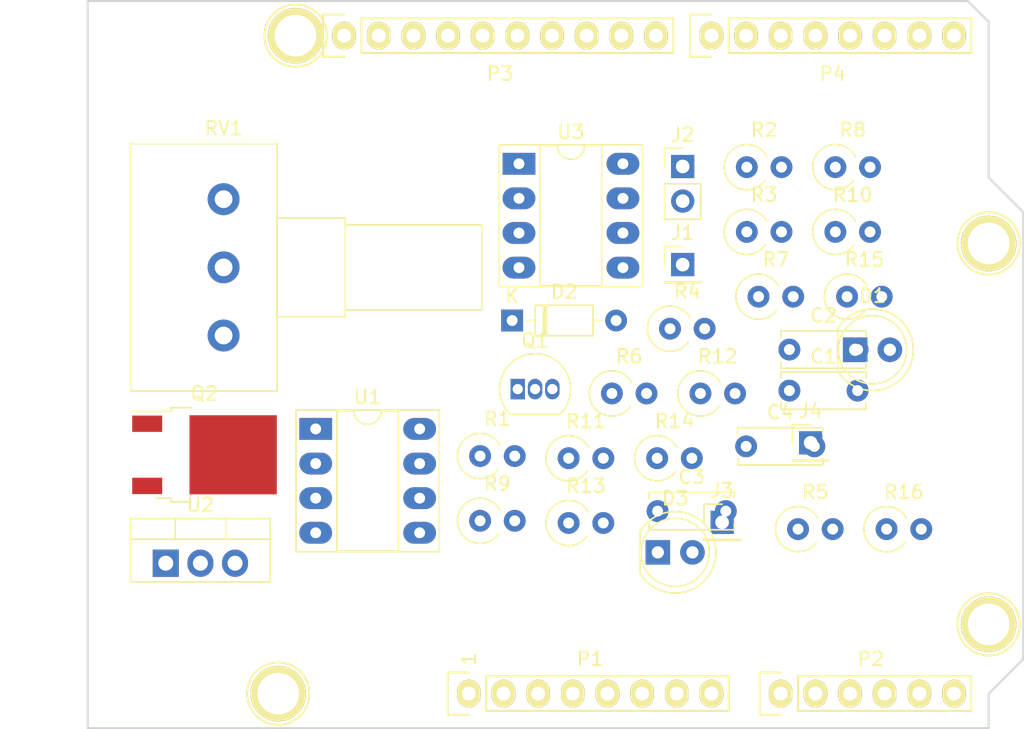
<source format=kicad_pcb>
(kicad_pcb (version 20171130) (host pcbnew "(5.1.9)-1")

  (general
    (thickness 1.6)
    (drawings 27)
    (tracks 0)
    (zones 0)
    (modules 41)
    (nets 52)
  )

  (page A4)
  (title_block
    (date "lun. 30 mars 2015")
  )

  (layers
    (0 F.Cu signal)
    (31 B.Cu signal)
    (32 B.Adhes user)
    (33 F.Adhes user)
    (34 B.Paste user)
    (35 F.Paste user)
    (36 B.SilkS user)
    (37 F.SilkS user)
    (38 B.Mask user)
    (39 F.Mask user)
    (40 Dwgs.User user)
    (41 Cmts.User user)
    (42 Eco1.User user)
    (43 Eco2.User user)
    (44 Edge.Cuts user)
    (45 Margin user)
    (46 B.CrtYd user)
    (47 F.CrtYd user)
    (48 B.Fab user)
    (49 F.Fab user)
  )

  (setup
    (last_trace_width 0.25)
    (trace_clearance 0.2)
    (zone_clearance 0.508)
    (zone_45_only no)
    (trace_min 0.2)
    (via_size 0.6)
    (via_drill 0.4)
    (via_min_size 0.4)
    (via_min_drill 0.3)
    (uvia_size 0.3)
    (uvia_drill 0.1)
    (uvias_allowed no)
    (uvia_min_size 0.2)
    (uvia_min_drill 0.1)
    (edge_width 0.15)
    (segment_width 0.15)
    (pcb_text_width 0.3)
    (pcb_text_size 1.5 1.5)
    (mod_edge_width 0.15)
    (mod_text_size 1 1)
    (mod_text_width 0.15)
    (pad_size 4.064 4.064)
    (pad_drill 3.048)
    (pad_to_mask_clearance 0)
    (aux_axis_origin 110.998 126.365)
    (grid_origin 110.998 126.365)
    (visible_elements 7FFFFFFF)
    (pcbplotparams
      (layerselection 0x00030_80000001)
      (usegerberextensions false)
      (usegerberattributes true)
      (usegerberadvancedattributes true)
      (creategerberjobfile true)
      (excludeedgelayer true)
      (linewidth 0.100000)
      (plotframeref false)
      (viasonmask false)
      (mode 1)
      (useauxorigin false)
      (hpglpennumber 1)
      (hpglpenspeed 20)
      (hpglpendiameter 15.000000)
      (psnegative false)
      (psa4output false)
      (plotreference true)
      (plotvalue true)
      (plotinvisibletext false)
      (padsonsilk false)
      (subtractmaskfromsilk false)
      (outputformat 1)
      (mirror false)
      (drillshape 1)
      (scaleselection 1)
      (outputdirectory ""))
  )

  (net 0 "")
  (net 1 /IOREF)
  (net 2 /Reset)
  (net 3 +5V)
  (net 4 GND)
  (net 5 /Vin)
  (net 6 /A0)
  (net 7 /A1)
  (net 8 /A2)
  (net 9 /AREF)
  (net 10 "/A4(SDA)")
  (net 11 "/A5(SCL)")
  (net 12 "/9(**)")
  (net 13 /8)
  (net 14 /7)
  (net 15 "/6(**)")
  (net 16 "/5(**)")
  (net 17 /4)
  (net 18 "/3(**)")
  (net 19 /2)
  (net 20 "/1(Tx)")
  (net 21 "/0(Rx)")
  (net 22 "Net-(P5-Pad1)")
  (net 23 "Net-(P6-Pad1)")
  (net 24 "Net-(P7-Pad1)")
  (net 25 "Net-(P8-Pad1)")
  (net 26 "/13(SCK)")
  (net 27 "/10(**/SS)")
  (net 28 "Net-(P1-Pad1)")
  (net 29 +3V3)
  (net 30 "/12(MISO)")
  (net 31 "/11(**/MOSI)")
  (net 32 /A5_1)
  (net 33 /A4_1)
  (net 34 "Net-(C1-Pad1)")
  (net 35 "Net-(C2-Pad1)")
  (net 36 "Net-(C3-Pad1)")
  (net 37 "Net-(C4-Pad1)")
  (net 38 "Net-(D1-Pad2)")
  (net 39 "Net-(D2-Pad2)")
  (net 40 "Net-(D2-Pad1)")
  (net 41 "Net-(D3-Pad2)")
  (net 42 "Net-(J1-Pad1)")
  (net 43 A3_T12Adc)
  (net 44 "Net-(Q1-Pad1)")
  (net 45 "Net-(Q1-Pad3)")
  (net 46 "Net-(Q1-Pad2)")
  (net 47 +24V)
  (net 48 "Net-(R3-Pad2)")
  (net 49 "Net-(R3-Pad1)")
  (net 50 "Net-(R10-Pad1)")
  (net 51 "Net-(J3-Pad1)")

  (net_class Default "This is the default net class."
    (clearance 0.2)
    (trace_width 0.25)
    (via_dia 0.6)
    (via_drill 0.4)
    (uvia_dia 0.3)
    (uvia_drill 0.1)
    (add_net +24V)
    (add_net +3V3)
    (add_net +5V)
    (add_net "/0(Rx)")
    (add_net "/1(Tx)")
    (add_net "/10(**/SS)")
    (add_net "/11(**/MOSI)")
    (add_net "/12(MISO)")
    (add_net "/13(SCK)")
    (add_net /2)
    (add_net "/3(**)")
    (add_net /4)
    (add_net "/5(**)")
    (add_net "/6(**)")
    (add_net /7)
    (add_net /8)
    (add_net "/9(**)")
    (add_net /A0)
    (add_net /A1)
    (add_net /A2)
    (add_net "/A4(SDA)")
    (add_net /A4_1)
    (add_net "/A5(SCL)")
    (add_net /A5_1)
    (add_net /AREF)
    (add_net /IOREF)
    (add_net /Reset)
    (add_net /Vin)
    (add_net A3_T12Adc)
    (add_net GND)
    (add_net "Net-(C1-Pad1)")
    (add_net "Net-(C2-Pad1)")
    (add_net "Net-(C3-Pad1)")
    (add_net "Net-(C4-Pad1)")
    (add_net "Net-(D1-Pad2)")
    (add_net "Net-(D2-Pad1)")
    (add_net "Net-(D2-Pad2)")
    (add_net "Net-(D3-Pad2)")
    (add_net "Net-(J1-Pad1)")
    (add_net "Net-(J3-Pad1)")
    (add_net "Net-(P1-Pad1)")
    (add_net "Net-(P5-Pad1)")
    (add_net "Net-(P6-Pad1)")
    (add_net "Net-(P7-Pad1)")
    (add_net "Net-(P8-Pad1)")
    (add_net "Net-(Q1-Pad1)")
    (add_net "Net-(Q1-Pad2)")
    (add_net "Net-(Q1-Pad3)")
    (add_net "Net-(R10-Pad1)")
    (add_net "Net-(R3-Pad1)")
    (add_net "Net-(R3-Pad2)")
  )

  (module Resistor_THT:R_Axial_DIN0309_L9.0mm_D3.2mm_P2.54mm_Vertical (layer F.Cu) (tedit 5AE5139B) (tstamp 614F9923)
    (at 169.558 111.76)
    (descr "Resistor, Axial_DIN0309 series, Axial, Vertical, pin pitch=2.54mm, 0.5W = 1/2W, length*diameter=9*3.2mm^2, http://cdn-reichelt.de/documents/datenblatt/B400/1_4W%23YAG.pdf")
    (tags "Resistor Axial_DIN0309 series Axial Vertical pin pitch 2.54mm 0.5W = 1/2W length 9mm diameter 3.2mm")
    (path /61519F77)
    (fp_text reference R16 (at 1.27 -2.72) (layer F.SilkS)
      (effects (font (size 1 1) (thickness 0.15)))
    )
    (fp_text value R_US (at 1.27 2.72) (layer F.Fab)
      (effects (font (size 1 1) (thickness 0.15)))
    )
    (fp_text user %R (at 1.27 -2.72) (layer F.Fab)
      (effects (font (size 1 1) (thickness 0.15)))
    )
    (fp_arc (start 0 0) (end 1.453272 -0.8) (angle -295.326041) (layer F.SilkS) (width 0.12))
    (fp_circle (center 0 0) (end 1.6 0) (layer F.Fab) (width 0.1))
    (fp_line (start 0 0) (end 2.54 0) (layer F.Fab) (width 0.1))
    (fp_line (start -1.85 -1.85) (end -1.85 1.85) (layer F.CrtYd) (width 0.05))
    (fp_line (start -1.85 1.85) (end 3.59 1.85) (layer F.CrtYd) (width 0.05))
    (fp_line (start 3.59 1.85) (end 3.59 -1.85) (layer F.CrtYd) (width 0.05))
    (fp_line (start 3.59 -1.85) (end -1.85 -1.85) (layer F.CrtYd) (width 0.05))
    (pad 2 thru_hole oval (at 2.54 0) (size 1.6 1.6) (drill 0.8) (layers *.Cu *.Mask)
      (net 4 GND))
    (pad 1 thru_hole circle (at 0 0) (size 1.6 1.6) (drill 0.8) (layers *.Cu *.Mask)
      (net 43 A3_T12Adc))
    (model ${KISYS3DMOD}/Resistor_THT.3dshapes/R_Axial_DIN0309_L9.0mm_D3.2mm_P2.54mm_Vertical.wrl
      (at (xyz 0 0 0))
      (scale (xyz 1 1 1))
      (rotate (xyz 0 0 0))
    )
  )

  (module Resistor_THT:R_Axial_DIN0309_L9.0mm_D3.2mm_P2.54mm_Vertical (layer F.Cu) (tedit 5AE5139B) (tstamp 614F9811)
    (at 163.068 111.76)
    (descr "Resistor, Axial_DIN0309 series, Axial, Vertical, pin pitch=2.54mm, 0.5W = 1/2W, length*diameter=9*3.2mm^2, http://cdn-reichelt.de/documents/datenblatt/B400/1_4W%23YAG.pdf")
    (tags "Resistor Axial_DIN0309 series Axial Vertical pin pitch 2.54mm 0.5W = 1/2W length 9mm diameter 3.2mm")
    (path /6151F007)
    (fp_text reference R5 (at 1.27 -2.72) (layer F.SilkS)
      (effects (font (size 1 1) (thickness 0.15)))
    )
    (fp_text value R_US (at 1.27 2.72) (layer F.Fab)
      (effects (font (size 1 1) (thickness 0.15)))
    )
    (fp_text user %R (at 1.27 -2.72) (layer F.Fab)
      (effects (font (size 1 1) (thickness 0.15)))
    )
    (fp_arc (start 0 0) (end 1.453272 -0.8) (angle -295.326041) (layer F.SilkS) (width 0.12))
    (fp_circle (center 0 0) (end 1.6 0) (layer F.Fab) (width 0.1))
    (fp_line (start 0 0) (end 2.54 0) (layer F.Fab) (width 0.1))
    (fp_line (start -1.85 -1.85) (end -1.85 1.85) (layer F.CrtYd) (width 0.05))
    (fp_line (start -1.85 1.85) (end 3.59 1.85) (layer F.CrtYd) (width 0.05))
    (fp_line (start 3.59 1.85) (end 3.59 -1.85) (layer F.CrtYd) (width 0.05))
    (fp_line (start 3.59 -1.85) (end -1.85 -1.85) (layer F.CrtYd) (width 0.05))
    (pad 2 thru_hole oval (at 2.54 0) (size 1.6 1.6) (drill 0.8) (layers *.Cu *.Mask)
      (net 43 A3_T12Adc))
    (pad 1 thru_hole circle (at 0 0) (size 1.6 1.6) (drill 0.8) (layers *.Cu *.Mask)
      (net 51 "Net-(J3-Pad1)"))
    (model ${KISYS3DMOD}/Resistor_THT.3dshapes/R_Axial_DIN0309_L9.0mm_D3.2mm_P2.54mm_Vertical.wrl
      (at (xyz 0 0 0))
      (scale (xyz 1 1 1))
      (rotate (xyz 0 0 0))
    )
  )

  (module LED_THT:LED_D5.0mm (layer F.Cu) (tedit 5995936A) (tstamp 614F5A8A)
    (at 152.788 113.465)
    (descr "LED, diameter 5.0mm, 2 pins, http://cdn-reichelt.de/documents/datenblatt/A500/LL-504BC2E-009.pdf")
    (tags "LED diameter 5.0mm 2 pins")
    (path /614FD37C)
    (fp_text reference D3 (at 1.27 -3.96) (layer F.SilkS)
      (effects (font (size 1 1) (thickness 0.15)))
    )
    (fp_text value LED (at 1.27 3.96) (layer F.Fab)
      (effects (font (size 1 1) (thickness 0.15)))
    )
    (fp_text user %R (at 1.25 0) (layer F.Fab)
      (effects (font (size 0.8 0.8) (thickness 0.2)))
    )
    (fp_arc (start 1.27 0) (end -1.29 1.54483) (angle -148.9) (layer F.SilkS) (width 0.12))
    (fp_arc (start 1.27 0) (end -1.29 -1.54483) (angle 148.9) (layer F.SilkS) (width 0.12))
    (fp_arc (start 1.27 0) (end -1.23 -1.469694) (angle 299.1) (layer F.Fab) (width 0.1))
    (fp_circle (center 1.27 0) (end 3.77 0) (layer F.Fab) (width 0.1))
    (fp_circle (center 1.27 0) (end 3.77 0) (layer F.SilkS) (width 0.12))
    (fp_line (start -1.23 -1.469694) (end -1.23 1.469694) (layer F.Fab) (width 0.1))
    (fp_line (start -1.29 -1.545) (end -1.29 1.545) (layer F.SilkS) (width 0.12))
    (fp_line (start -1.95 -3.25) (end -1.95 3.25) (layer F.CrtYd) (width 0.05))
    (fp_line (start -1.95 3.25) (end 4.5 3.25) (layer F.CrtYd) (width 0.05))
    (fp_line (start 4.5 3.25) (end 4.5 -3.25) (layer F.CrtYd) (width 0.05))
    (fp_line (start 4.5 -3.25) (end -1.95 -3.25) (layer F.CrtYd) (width 0.05))
    (pad 2 thru_hole circle (at 2.54 0) (size 1.8 1.8) (drill 0.9) (layers *.Cu *.Mask)
      (net 41 "Net-(D3-Pad2)"))
    (pad 1 thru_hole rect (at 0 0) (size 1.8 1.8) (drill 0.9) (layers *.Cu *.Mask)
      (net 4 GND))
    (model ${KISYS3DMOD}/LED_THT.3dshapes/LED_D5.0mm.wrl
      (at (xyz 0 0 0))
      (scale (xyz 1 1 1))
      (rotate (xyz 0 0 0))
    )
  )

  (module LED_THT:LED_D5.0mm (layer F.Cu) (tedit 5995936A) (tstamp 614F5A58)
    (at 167.258 98.605)
    (descr "LED, diameter 5.0mm, 2 pins, http://cdn-reichelt.de/documents/datenblatt/A500/LL-504BC2E-009.pdf")
    (tags "LED diameter 5.0mm 2 pins")
    (path /614F4E7E)
    (fp_text reference D1 (at 1.27 -3.96) (layer F.SilkS)
      (effects (font (size 1 1) (thickness 0.15)))
    )
    (fp_text value LED (at 1.27 3.96) (layer F.Fab)
      (effects (font (size 1 1) (thickness 0.15)))
    )
    (fp_text user %R (at 1.25 0) (layer F.Fab)
      (effects (font (size 0.8 0.8) (thickness 0.2)))
    )
    (fp_arc (start 1.27 0) (end -1.29 1.54483) (angle -148.9) (layer F.SilkS) (width 0.12))
    (fp_arc (start 1.27 0) (end -1.29 -1.54483) (angle 148.9) (layer F.SilkS) (width 0.12))
    (fp_arc (start 1.27 0) (end -1.23 -1.469694) (angle 299.1) (layer F.Fab) (width 0.1))
    (fp_circle (center 1.27 0) (end 3.77 0) (layer F.Fab) (width 0.1))
    (fp_circle (center 1.27 0) (end 3.77 0) (layer F.SilkS) (width 0.12))
    (fp_line (start -1.23 -1.469694) (end -1.23 1.469694) (layer F.Fab) (width 0.1))
    (fp_line (start -1.29 -1.545) (end -1.29 1.545) (layer F.SilkS) (width 0.12))
    (fp_line (start -1.95 -3.25) (end -1.95 3.25) (layer F.CrtYd) (width 0.05))
    (fp_line (start -1.95 3.25) (end 4.5 3.25) (layer F.CrtYd) (width 0.05))
    (fp_line (start 4.5 3.25) (end 4.5 -3.25) (layer F.CrtYd) (width 0.05))
    (fp_line (start 4.5 -3.25) (end -1.95 -3.25) (layer F.CrtYd) (width 0.05))
    (pad 2 thru_hole circle (at 2.54 0) (size 1.8 1.8) (drill 0.9) (layers *.Cu *.Mask)
      (net 38 "Net-(D1-Pad2)"))
    (pad 1 thru_hole rect (at 0 0) (size 1.8 1.8) (drill 0.9) (layers *.Cu *.Mask)
      (net 4 GND))
    (model ${KISYS3DMOD}/LED_THT.3dshapes/LED_D5.0mm.wrl
      (at (xyz 0 0 0))
      (scale (xyz 1 1 1))
      (rotate (xyz 0 0 0))
    )
  )

  (module Capacitor_THT:C_Disc_D6.0mm_W2.5mm_P5.00mm (layer F.Cu) (tedit 5AE50EF0) (tstamp 614F5A45)
    (at 159.263 105.69)
    (descr "C, Disc series, Radial, pin pitch=5.00mm, , diameter*width=6*2.5mm^2, Capacitor, http://cdn-reichelt.de/documents/datenblatt/B300/DS_KERKO_TC.pdf")
    (tags "C Disc series Radial pin pitch 5.00mm  diameter 6mm width 2.5mm Capacitor")
    (path /614F3F1A)
    (fp_text reference C4 (at 2.5 -2.5) (layer F.SilkS)
      (effects (font (size 1 1) (thickness 0.15)))
    )
    (fp_text value C (at 2.5 2.5) (layer F.Fab)
      (effects (font (size 1 1) (thickness 0.15)))
    )
    (fp_text user %R (at 2.5 0) (layer F.Fab)
      (effects (font (size 1 1) (thickness 0.15)))
    )
    (fp_line (start -0.5 -1.25) (end -0.5 1.25) (layer F.Fab) (width 0.1))
    (fp_line (start -0.5 1.25) (end 5.5 1.25) (layer F.Fab) (width 0.1))
    (fp_line (start 5.5 1.25) (end 5.5 -1.25) (layer F.Fab) (width 0.1))
    (fp_line (start 5.5 -1.25) (end -0.5 -1.25) (layer F.Fab) (width 0.1))
    (fp_line (start -0.62 -1.37) (end 5.62 -1.37) (layer F.SilkS) (width 0.12))
    (fp_line (start -0.62 1.37) (end 5.62 1.37) (layer F.SilkS) (width 0.12))
    (fp_line (start -0.62 -1.37) (end -0.62 -0.925) (layer F.SilkS) (width 0.12))
    (fp_line (start -0.62 0.925) (end -0.62 1.37) (layer F.SilkS) (width 0.12))
    (fp_line (start 5.62 -1.37) (end 5.62 -0.925) (layer F.SilkS) (width 0.12))
    (fp_line (start 5.62 0.925) (end 5.62 1.37) (layer F.SilkS) (width 0.12))
    (fp_line (start -1.05 -1.5) (end -1.05 1.5) (layer F.CrtYd) (width 0.05))
    (fp_line (start -1.05 1.5) (end 6.05 1.5) (layer F.CrtYd) (width 0.05))
    (fp_line (start 6.05 1.5) (end 6.05 -1.5) (layer F.CrtYd) (width 0.05))
    (fp_line (start 6.05 -1.5) (end -1.05 -1.5) (layer F.CrtYd) (width 0.05))
    (pad 2 thru_hole circle (at 5 0) (size 1.6 1.6) (drill 0.8) (layers *.Cu *.Mask)
      (net 4 GND))
    (pad 1 thru_hole circle (at 0 0) (size 1.6 1.6) (drill 0.8) (layers *.Cu *.Mask)
      (net 37 "Net-(C4-Pad1)"))
    (model ${KISYS3DMOD}/Capacitor_THT.3dshapes/C_Disc_D6.0mm_W2.5mm_P5.00mm.wrl
      (at (xyz 0 0 0))
      (scale (xyz 1 1 1))
      (rotate (xyz 0 0 0))
    )
  )

  (module Capacitor_THT:C_Disc_D6.0mm_W2.5mm_P5.00mm (layer F.Cu) (tedit 5AE50EF0) (tstamp 614F5A34)
    (at 152.773 110.44)
    (descr "C, Disc series, Radial, pin pitch=5.00mm, , diameter*width=6*2.5mm^2, Capacitor, http://cdn-reichelt.de/documents/datenblatt/B300/DS_KERKO_TC.pdf")
    (tags "C Disc series Radial pin pitch 5.00mm  diameter 6mm width 2.5mm Capacitor")
    (path /615820AB)
    (fp_text reference C3 (at 2.5 -2.5) (layer F.SilkS)
      (effects (font (size 1 1) (thickness 0.15)))
    )
    (fp_text value C (at 2.5 2.5) (layer F.Fab)
      (effects (font (size 1 1) (thickness 0.15)))
    )
    (fp_text user %R (at 2.5 0) (layer F.Fab)
      (effects (font (size 1 1) (thickness 0.15)))
    )
    (fp_line (start -0.5 -1.25) (end -0.5 1.25) (layer F.Fab) (width 0.1))
    (fp_line (start -0.5 1.25) (end 5.5 1.25) (layer F.Fab) (width 0.1))
    (fp_line (start 5.5 1.25) (end 5.5 -1.25) (layer F.Fab) (width 0.1))
    (fp_line (start 5.5 -1.25) (end -0.5 -1.25) (layer F.Fab) (width 0.1))
    (fp_line (start -0.62 -1.37) (end 5.62 -1.37) (layer F.SilkS) (width 0.12))
    (fp_line (start -0.62 1.37) (end 5.62 1.37) (layer F.SilkS) (width 0.12))
    (fp_line (start -0.62 -1.37) (end -0.62 -0.925) (layer F.SilkS) (width 0.12))
    (fp_line (start -0.62 0.925) (end -0.62 1.37) (layer F.SilkS) (width 0.12))
    (fp_line (start 5.62 -1.37) (end 5.62 -0.925) (layer F.SilkS) (width 0.12))
    (fp_line (start 5.62 0.925) (end 5.62 1.37) (layer F.SilkS) (width 0.12))
    (fp_line (start -1.05 -1.5) (end -1.05 1.5) (layer F.CrtYd) (width 0.05))
    (fp_line (start -1.05 1.5) (end 6.05 1.5) (layer F.CrtYd) (width 0.05))
    (fp_line (start 6.05 1.5) (end 6.05 -1.5) (layer F.CrtYd) (width 0.05))
    (fp_line (start 6.05 -1.5) (end -1.05 -1.5) (layer F.CrtYd) (width 0.05))
    (pad 2 thru_hole circle (at 5 0) (size 1.6 1.6) (drill 0.8) (layers *.Cu *.Mask)
      (net 4 GND))
    (pad 1 thru_hole circle (at 0 0) (size 1.6 1.6) (drill 0.8) (layers *.Cu *.Mask)
      (net 36 "Net-(C3-Pad1)"))
    (model ${KISYS3DMOD}/Capacitor_THT.3dshapes/C_Disc_D6.0mm_W2.5mm_P5.00mm.wrl
      (at (xyz 0 0 0))
      (scale (xyz 1 1 1))
      (rotate (xyz 0 0 0))
    )
  )

  (module Capacitor_THT:C_Disc_D6.0mm_W2.5mm_P5.00mm (layer F.Cu) (tedit 5AE50EF0) (tstamp 614F5A23)
    (at 162.433 98.59)
    (descr "C, Disc series, Radial, pin pitch=5.00mm, , diameter*width=6*2.5mm^2, Capacitor, http://cdn-reichelt.de/documents/datenblatt/B300/DS_KERKO_TC.pdf")
    (tags "C Disc series Radial pin pitch 5.00mm  diameter 6mm width 2.5mm Capacitor")
    (path /615730E7)
    (fp_text reference C2 (at 2.5 -2.5) (layer F.SilkS)
      (effects (font (size 1 1) (thickness 0.15)))
    )
    (fp_text value C (at 2.5 2.5) (layer F.Fab)
      (effects (font (size 1 1) (thickness 0.15)))
    )
    (fp_text user %R (at 2.5 0) (layer F.Fab)
      (effects (font (size 1 1) (thickness 0.15)))
    )
    (fp_line (start -0.5 -1.25) (end -0.5 1.25) (layer F.Fab) (width 0.1))
    (fp_line (start -0.5 1.25) (end 5.5 1.25) (layer F.Fab) (width 0.1))
    (fp_line (start 5.5 1.25) (end 5.5 -1.25) (layer F.Fab) (width 0.1))
    (fp_line (start 5.5 -1.25) (end -0.5 -1.25) (layer F.Fab) (width 0.1))
    (fp_line (start -0.62 -1.37) (end 5.62 -1.37) (layer F.SilkS) (width 0.12))
    (fp_line (start -0.62 1.37) (end 5.62 1.37) (layer F.SilkS) (width 0.12))
    (fp_line (start -0.62 -1.37) (end -0.62 -0.925) (layer F.SilkS) (width 0.12))
    (fp_line (start -0.62 0.925) (end -0.62 1.37) (layer F.SilkS) (width 0.12))
    (fp_line (start 5.62 -1.37) (end 5.62 -0.925) (layer F.SilkS) (width 0.12))
    (fp_line (start 5.62 0.925) (end 5.62 1.37) (layer F.SilkS) (width 0.12))
    (fp_line (start -1.05 -1.5) (end -1.05 1.5) (layer F.CrtYd) (width 0.05))
    (fp_line (start -1.05 1.5) (end 6.05 1.5) (layer F.CrtYd) (width 0.05))
    (fp_line (start 6.05 1.5) (end 6.05 -1.5) (layer F.CrtYd) (width 0.05))
    (fp_line (start 6.05 -1.5) (end -1.05 -1.5) (layer F.CrtYd) (width 0.05))
    (pad 2 thru_hole circle (at 5 0) (size 1.6 1.6) (drill 0.8) (layers *.Cu *.Mask)
      (net 4 GND))
    (pad 1 thru_hole circle (at 0 0) (size 1.6 1.6) (drill 0.8) (layers *.Cu *.Mask)
      (net 35 "Net-(C2-Pad1)"))
    (model ${KISYS3DMOD}/Capacitor_THT.3dshapes/C_Disc_D6.0mm_W2.5mm_P5.00mm.wrl
      (at (xyz 0 0 0))
      (scale (xyz 1 1 1))
      (rotate (xyz 0 0 0))
    )
  )

  (module Capacitor_THT:C_Disc_D6.0mm_W2.5mm_P5.00mm (layer F.Cu) (tedit 5AE50EF0) (tstamp 614F5A12)
    (at 162.433 101.6)
    (descr "C, Disc series, Radial, pin pitch=5.00mm, , diameter*width=6*2.5mm^2, Capacitor, http://cdn-reichelt.de/documents/datenblatt/B300/DS_KERKO_TC.pdf")
    (tags "C Disc series Radial pin pitch 5.00mm  diameter 6mm width 2.5mm Capacitor")
    (path /614F8DFC)
    (fp_text reference C1 (at 2.5 -2.5) (layer F.SilkS)
      (effects (font (size 1 1) (thickness 0.15)))
    )
    (fp_text value C (at 2.5 2.5) (layer F.Fab)
      (effects (font (size 1 1) (thickness 0.15)))
    )
    (fp_text user %R (at 2.5 0) (layer F.Fab)
      (effects (font (size 1 1) (thickness 0.15)))
    )
    (fp_line (start -0.5 -1.25) (end -0.5 1.25) (layer F.Fab) (width 0.1))
    (fp_line (start -0.5 1.25) (end 5.5 1.25) (layer F.Fab) (width 0.1))
    (fp_line (start 5.5 1.25) (end 5.5 -1.25) (layer F.Fab) (width 0.1))
    (fp_line (start 5.5 -1.25) (end -0.5 -1.25) (layer F.Fab) (width 0.1))
    (fp_line (start -0.62 -1.37) (end 5.62 -1.37) (layer F.SilkS) (width 0.12))
    (fp_line (start -0.62 1.37) (end 5.62 1.37) (layer F.SilkS) (width 0.12))
    (fp_line (start -0.62 -1.37) (end -0.62 -0.925) (layer F.SilkS) (width 0.12))
    (fp_line (start -0.62 0.925) (end -0.62 1.37) (layer F.SilkS) (width 0.12))
    (fp_line (start 5.62 -1.37) (end 5.62 -0.925) (layer F.SilkS) (width 0.12))
    (fp_line (start 5.62 0.925) (end 5.62 1.37) (layer F.SilkS) (width 0.12))
    (fp_line (start -1.05 -1.5) (end -1.05 1.5) (layer F.CrtYd) (width 0.05))
    (fp_line (start -1.05 1.5) (end 6.05 1.5) (layer F.CrtYd) (width 0.05))
    (fp_line (start 6.05 1.5) (end 6.05 -1.5) (layer F.CrtYd) (width 0.05))
    (fp_line (start 6.05 -1.5) (end -1.05 -1.5) (layer F.CrtYd) (width 0.05))
    (pad 2 thru_hole circle (at 5 0) (size 1.6 1.6) (drill 0.8) (layers *.Cu *.Mask)
      (net 4 GND))
    (pad 1 thru_hole circle (at 0 0) (size 1.6 1.6) (drill 0.8) (layers *.Cu *.Mask)
      (net 34 "Net-(C1-Pad1)"))
    (model ${KISYS3DMOD}/Capacitor_THT.3dshapes/C_Disc_D6.0mm_W2.5mm_P5.00mm.wrl
      (at (xyz 0 0 0))
      (scale (xyz 1 1 1))
      (rotate (xyz 0 0 0))
    )
  )

  (module Package_DIP:DIP-8_W7.62mm_Socket_LongPads (layer F.Cu) (tedit 5A02E8C5) (tstamp 614F5D37)
    (at 142.613 84.96)
    (descr "8-lead though-hole mounted DIP package, row spacing 7.62 mm (300 mils), Socket, LongPads")
    (tags "THT DIP DIL PDIP 2.54mm 7.62mm 300mil Socket LongPads")
    (path /615951A6)
    (fp_text reference U3 (at 3.81 -2.33) (layer F.SilkS)
      (effects (font (size 1 1) (thickness 0.15)))
    )
    (fp_text value LM358 (at 3.81 9.95) (layer F.Fab)
      (effects (font (size 1 1) (thickness 0.15)))
    )
    (fp_text user %R (at 3.81 3.81) (layer F.Fab)
      (effects (font (size 1 1) (thickness 0.15)))
    )
    (fp_arc (start 3.81 -1.33) (end 2.81 -1.33) (angle -180) (layer F.SilkS) (width 0.12))
    (fp_line (start 1.635 -1.27) (end 6.985 -1.27) (layer F.Fab) (width 0.1))
    (fp_line (start 6.985 -1.27) (end 6.985 8.89) (layer F.Fab) (width 0.1))
    (fp_line (start 6.985 8.89) (end 0.635 8.89) (layer F.Fab) (width 0.1))
    (fp_line (start 0.635 8.89) (end 0.635 -0.27) (layer F.Fab) (width 0.1))
    (fp_line (start 0.635 -0.27) (end 1.635 -1.27) (layer F.Fab) (width 0.1))
    (fp_line (start -1.27 -1.33) (end -1.27 8.95) (layer F.Fab) (width 0.1))
    (fp_line (start -1.27 8.95) (end 8.89 8.95) (layer F.Fab) (width 0.1))
    (fp_line (start 8.89 8.95) (end 8.89 -1.33) (layer F.Fab) (width 0.1))
    (fp_line (start 8.89 -1.33) (end -1.27 -1.33) (layer F.Fab) (width 0.1))
    (fp_line (start 2.81 -1.33) (end 1.56 -1.33) (layer F.SilkS) (width 0.12))
    (fp_line (start 1.56 -1.33) (end 1.56 8.95) (layer F.SilkS) (width 0.12))
    (fp_line (start 1.56 8.95) (end 6.06 8.95) (layer F.SilkS) (width 0.12))
    (fp_line (start 6.06 8.95) (end 6.06 -1.33) (layer F.SilkS) (width 0.12))
    (fp_line (start 6.06 -1.33) (end 4.81 -1.33) (layer F.SilkS) (width 0.12))
    (fp_line (start -1.44 -1.39) (end -1.44 9.01) (layer F.SilkS) (width 0.12))
    (fp_line (start -1.44 9.01) (end 9.06 9.01) (layer F.SilkS) (width 0.12))
    (fp_line (start 9.06 9.01) (end 9.06 -1.39) (layer F.SilkS) (width 0.12))
    (fp_line (start 9.06 -1.39) (end -1.44 -1.39) (layer F.SilkS) (width 0.12))
    (fp_line (start -1.55 -1.6) (end -1.55 9.2) (layer F.CrtYd) (width 0.05))
    (fp_line (start -1.55 9.2) (end 9.15 9.2) (layer F.CrtYd) (width 0.05))
    (fp_line (start 9.15 9.2) (end 9.15 -1.6) (layer F.CrtYd) (width 0.05))
    (fp_line (start 9.15 -1.6) (end -1.55 -1.6) (layer F.CrtYd) (width 0.05))
    (pad 8 thru_hole oval (at 7.62 0) (size 2.4 1.6) (drill 0.8) (layers *.Cu *.Mask))
    (pad 4 thru_hole oval (at 0 7.62) (size 2.4 1.6) (drill 0.8) (layers *.Cu *.Mask))
    (pad 7 thru_hole oval (at 7.62 2.54) (size 2.4 1.6) (drill 0.8) (layers *.Cu *.Mask)
      (net 51 "Net-(J3-Pad1)"))
    (pad 3 thru_hole oval (at 0 5.08) (size 2.4 1.6) (drill 0.8) (layers *.Cu *.Mask))
    (pad 6 thru_hole oval (at 7.62 5.08) (size 2.4 1.6) (drill 0.8) (layers *.Cu *.Mask)
      (net 51 "Net-(J3-Pad1)"))
    (pad 2 thru_hole oval (at 0 2.54) (size 2.4 1.6) (drill 0.8) (layers *.Cu *.Mask))
    (pad 5 thru_hole oval (at 7.62 7.62) (size 2.4 1.6) (drill 0.8) (layers *.Cu *.Mask)
      (net 37 "Net-(C4-Pad1)"))
    (pad 1 thru_hole rect (at 0 0) (size 2.4 1.6) (drill 0.8) (layers *.Cu *.Mask))
    (model ${KISYS3DMOD}/Package_DIP.3dshapes/DIP-8_W7.62mm_Socket.wrl
      (at (xyz 0 0 0))
      (scale (xyz 1 1 1))
      (rotate (xyz 0 0 0))
    )
  )

  (module Package_TO_SOT_THT:TO-220-3_Vertical (layer F.Cu) (tedit 5AC8BA0D) (tstamp 614F5D13)
    (at 116.723 114.26)
    (descr "TO-220-3, Vertical, RM 2.54mm, see https://www.vishay.com/docs/66542/to-220-1.pdf")
    (tags "TO-220-3 Vertical RM 2.54mm")
    (path /61501574)
    (fp_text reference U2 (at 2.54 -4.27) (layer F.SilkS)
      (effects (font (size 1 1) (thickness 0.15)))
    )
    (fp_text value 7805 (at 2.54 2.5) (layer F.Fab)
      (effects (font (size 1 1) (thickness 0.15)))
    )
    (fp_text user %R (at 2.54 -4.27) (layer F.Fab)
      (effects (font (size 1 1) (thickness 0.15)))
    )
    (fp_line (start -2.46 -3.15) (end -2.46 1.25) (layer F.Fab) (width 0.1))
    (fp_line (start -2.46 1.25) (end 7.54 1.25) (layer F.Fab) (width 0.1))
    (fp_line (start 7.54 1.25) (end 7.54 -3.15) (layer F.Fab) (width 0.1))
    (fp_line (start 7.54 -3.15) (end -2.46 -3.15) (layer F.Fab) (width 0.1))
    (fp_line (start -2.46 -1.88) (end 7.54 -1.88) (layer F.Fab) (width 0.1))
    (fp_line (start 0.69 -3.15) (end 0.69 -1.88) (layer F.Fab) (width 0.1))
    (fp_line (start 4.39 -3.15) (end 4.39 -1.88) (layer F.Fab) (width 0.1))
    (fp_line (start -2.58 -3.27) (end 7.66 -3.27) (layer F.SilkS) (width 0.12))
    (fp_line (start -2.58 1.371) (end 7.66 1.371) (layer F.SilkS) (width 0.12))
    (fp_line (start -2.58 -3.27) (end -2.58 1.371) (layer F.SilkS) (width 0.12))
    (fp_line (start 7.66 -3.27) (end 7.66 1.371) (layer F.SilkS) (width 0.12))
    (fp_line (start -2.58 -1.76) (end 7.66 -1.76) (layer F.SilkS) (width 0.12))
    (fp_line (start 0.69 -3.27) (end 0.69 -1.76) (layer F.SilkS) (width 0.12))
    (fp_line (start 4.391 -3.27) (end 4.391 -1.76) (layer F.SilkS) (width 0.12))
    (fp_line (start -2.71 -3.4) (end -2.71 1.51) (layer F.CrtYd) (width 0.05))
    (fp_line (start -2.71 1.51) (end 7.79 1.51) (layer F.CrtYd) (width 0.05))
    (fp_line (start 7.79 1.51) (end 7.79 -3.4) (layer F.CrtYd) (width 0.05))
    (fp_line (start 7.79 -3.4) (end -2.71 -3.4) (layer F.CrtYd) (width 0.05))
    (pad 3 thru_hole oval (at 5.08 0) (size 1.905 2) (drill 1.1) (layers *.Cu *.Mask)
      (net 36 "Net-(C3-Pad1)"))
    (pad 2 thru_hole oval (at 2.54 0) (size 1.905 2) (drill 1.1) (layers *.Cu *.Mask)
      (net 4 GND))
    (pad 1 thru_hole rect (at 0 0) (size 1.905 2) (drill 1.1) (layers *.Cu *.Mask)
      (net 47 +24V))
    (model ${KISYS3DMOD}/Package_TO_SOT_THT.3dshapes/TO-220-3_Vertical.wrl
      (at (xyz 0 0 0))
      (scale (xyz 1 1 1))
      (rotate (xyz 0 0 0))
    )
  )

  (module Package_DIP:DIP-8_W7.62mm_Socket_LongPads (layer F.Cu) (tedit 5A02E8C5) (tstamp 614F5CF9)
    (at 127.713 104.41)
    (descr "8-lead though-hole mounted DIP package, row spacing 7.62 mm (300 mils), Socket, LongPads")
    (tags "THT DIP DIL PDIP 2.54mm 7.62mm 300mil Socket LongPads")
    (path /614F994E)
    (fp_text reference U1 (at 3.81 -2.33) (layer F.SilkS)
      (effects (font (size 1 1) (thickness 0.15)))
    )
    (fp_text value LM358 (at 3.81 9.95) (layer F.Fab)
      (effects (font (size 1 1) (thickness 0.15)))
    )
    (fp_text user %R (at 3.81 3.81) (layer F.Fab)
      (effects (font (size 1 1) (thickness 0.15)))
    )
    (fp_arc (start 3.81 -1.33) (end 2.81 -1.33) (angle -180) (layer F.SilkS) (width 0.12))
    (fp_line (start 1.635 -1.27) (end 6.985 -1.27) (layer F.Fab) (width 0.1))
    (fp_line (start 6.985 -1.27) (end 6.985 8.89) (layer F.Fab) (width 0.1))
    (fp_line (start 6.985 8.89) (end 0.635 8.89) (layer F.Fab) (width 0.1))
    (fp_line (start 0.635 8.89) (end 0.635 -0.27) (layer F.Fab) (width 0.1))
    (fp_line (start 0.635 -0.27) (end 1.635 -1.27) (layer F.Fab) (width 0.1))
    (fp_line (start -1.27 -1.33) (end -1.27 8.95) (layer F.Fab) (width 0.1))
    (fp_line (start -1.27 8.95) (end 8.89 8.95) (layer F.Fab) (width 0.1))
    (fp_line (start 8.89 8.95) (end 8.89 -1.33) (layer F.Fab) (width 0.1))
    (fp_line (start 8.89 -1.33) (end -1.27 -1.33) (layer F.Fab) (width 0.1))
    (fp_line (start 2.81 -1.33) (end 1.56 -1.33) (layer F.SilkS) (width 0.12))
    (fp_line (start 1.56 -1.33) (end 1.56 8.95) (layer F.SilkS) (width 0.12))
    (fp_line (start 1.56 8.95) (end 6.06 8.95) (layer F.SilkS) (width 0.12))
    (fp_line (start 6.06 8.95) (end 6.06 -1.33) (layer F.SilkS) (width 0.12))
    (fp_line (start 6.06 -1.33) (end 4.81 -1.33) (layer F.SilkS) (width 0.12))
    (fp_line (start -1.44 -1.39) (end -1.44 9.01) (layer F.SilkS) (width 0.12))
    (fp_line (start -1.44 9.01) (end 9.06 9.01) (layer F.SilkS) (width 0.12))
    (fp_line (start 9.06 9.01) (end 9.06 -1.39) (layer F.SilkS) (width 0.12))
    (fp_line (start 9.06 -1.39) (end -1.44 -1.39) (layer F.SilkS) (width 0.12))
    (fp_line (start -1.55 -1.6) (end -1.55 9.2) (layer F.CrtYd) (width 0.05))
    (fp_line (start -1.55 9.2) (end 9.15 9.2) (layer F.CrtYd) (width 0.05))
    (fp_line (start 9.15 9.2) (end 9.15 -1.6) (layer F.CrtYd) (width 0.05))
    (fp_line (start 9.15 -1.6) (end -1.55 -1.6) (layer F.CrtYd) (width 0.05))
    (pad 8 thru_hole oval (at 7.62 0) (size 2.4 1.6) (drill 0.8) (layers *.Cu *.Mask)
      (net 36 "Net-(C3-Pad1)"))
    (pad 4 thru_hole oval (at 0 7.62) (size 2.4 1.6) (drill 0.8) (layers *.Cu *.Mask)
      (net 4 GND))
    (pad 7 thru_hole oval (at 7.62 2.54) (size 2.4 1.6) (drill 0.8) (layers *.Cu *.Mask)
      (net 40 "Net-(D2-Pad1)"))
    (pad 3 thru_hole oval (at 0 5.08) (size 2.4 1.6) (drill 0.8) (layers *.Cu *.Mask)
      (net 50 "Net-(R10-Pad1)"))
    (pad 6 thru_hole oval (at 7.62 5.08) (size 2.4 1.6) (drill 0.8) (layers *.Cu *.Mask)
      (net 48 "Net-(R3-Pad2)"))
    (pad 2 thru_hole oval (at 0 2.54) (size 2.4 1.6) (drill 0.8) (layers *.Cu *.Mask)
      (net 35 "Net-(C2-Pad1)"))
    (pad 5 thru_hole oval (at 7.62 7.62) (size 2.4 1.6) (drill 0.8) (layers *.Cu *.Mask)
      (net 34 "Net-(C1-Pad1)"))
    (pad 1 thru_hole rect (at 0 0) (size 2.4 1.6) (drill 0.8) (layers *.Cu *.Mask)
      (net 42 "Net-(J1-Pad1)"))
    (model ${KISYS3DMOD}/Package_DIP.3dshapes/DIP-8_W7.62mm_Socket.wrl
      (at (xyz 0 0 0))
      (scale (xyz 1 1 1))
      (rotate (xyz 0 0 0))
    )
  )

  (module Potentiometer_THT:Potentiometer_Alps_RK163_Single_Horizontal (layer F.Cu) (tedit 5A3D4993) (tstamp 614F5CD5)
    (at 120.963 97.56)
    (descr "Potentiometer, horizontal, Alps RK163 Single, http://www.alps.com/prod/info/E/HTML/Potentiometer/RotaryPotentiometers/RK16/RK16_list.html")
    (tags "Potentiometer horizontal Alps RK163 Single")
    (path /61536CF6)
    (fp_text reference RV1 (at 0 -15.2) (layer F.SilkS)
      (effects (font (size 1 1) (thickness 0.15)))
    )
    (fp_text value R_POT_US (at 0 5.2) (layer F.Fab)
      (effects (font (size 1 1) (thickness 0.15)))
    )
    (fp_text user %R (at -1.45 -5) (layer F.Fab)
      (effects (font (size 1 1) (thickness 0.15)))
    )
    (fp_line (start -6.7 -13.95) (end -6.7 3.95) (layer F.Fab) (width 0.1))
    (fp_line (start -6.7 3.95) (end 3.8 3.95) (layer F.Fab) (width 0.1))
    (fp_line (start 3.8 3.95) (end 3.8 -13.95) (layer F.Fab) (width 0.1))
    (fp_line (start 3.8 -13.95) (end -6.7 -13.95) (layer F.Fab) (width 0.1))
    (fp_line (start 3.8 -8.5) (end 3.8 -1.5) (layer F.Fab) (width 0.1))
    (fp_line (start 3.8 -1.5) (end 8.8 -1.5) (layer F.Fab) (width 0.1))
    (fp_line (start 8.8 -1.5) (end 8.8 -8.5) (layer F.Fab) (width 0.1))
    (fp_line (start 8.8 -8.5) (end 3.8 -8.5) (layer F.Fab) (width 0.1))
    (fp_line (start 8.8 -8) (end 8.8 -2) (layer F.Fab) (width 0.1))
    (fp_line (start 8.8 -2) (end 18.8 -2) (layer F.Fab) (width 0.1))
    (fp_line (start 18.8 -2) (end 18.8 -8) (layer F.Fab) (width 0.1))
    (fp_line (start 18.8 -8) (end 8.8 -8) (layer F.Fab) (width 0.1))
    (fp_line (start -6.82 -14.07) (end 3.92 -14.07) (layer F.SilkS) (width 0.12))
    (fp_line (start -6.82 4.07) (end 3.92 4.07) (layer F.SilkS) (width 0.12))
    (fp_line (start -6.82 -14.07) (end -6.82 4.07) (layer F.SilkS) (width 0.12))
    (fp_line (start 3.92 -14.07) (end 3.92 4.07) (layer F.SilkS) (width 0.12))
    (fp_line (start 3.92 -8.62) (end 8.92 -8.62) (layer F.SilkS) (width 0.12))
    (fp_line (start 3.92 -1.38) (end 8.92 -1.38) (layer F.SilkS) (width 0.12))
    (fp_line (start 3.92 -8.62) (end 3.92 -1.38) (layer F.SilkS) (width 0.12))
    (fp_line (start 8.92 -8.62) (end 8.92 -1.38) (layer F.SilkS) (width 0.12))
    (fp_line (start 8.92 -8.12) (end 18.92 -8.12) (layer F.SilkS) (width 0.12))
    (fp_line (start 8.92 -1.879) (end 18.92 -1.879) (layer F.SilkS) (width 0.12))
    (fp_line (start 8.92 -8.12) (end 8.92 -1.879) (layer F.SilkS) (width 0.12))
    (fp_line (start 18.92 -8.12) (end 18.92 -1.879) (layer F.SilkS) (width 0.12))
    (fp_line (start -6.95 -14.2) (end -6.95 4.2) (layer F.CrtYd) (width 0.05))
    (fp_line (start -6.95 4.2) (end 19.05 4.2) (layer F.CrtYd) (width 0.05))
    (fp_line (start 19.05 4.2) (end 19.05 -14.2) (layer F.CrtYd) (width 0.05))
    (fp_line (start 19.05 -14.2) (end -6.95 -14.2) (layer F.CrtYd) (width 0.05))
    (pad 1 thru_hole circle (at 0 0) (size 2.34 2.34) (drill 1.3) (layers *.Cu *.Mask)
      (net 36 "Net-(C3-Pad1)"))
    (pad 2 thru_hole circle (at 0 -5) (size 2.34 2.34) (drill 1.3) (layers *.Cu *.Mask)
      (net 49 "Net-(R3-Pad1)"))
    (pad 3 thru_hole circle (at 0 -10) (size 2.34 2.34) (drill 1.3) (layers *.Cu *.Mask)
      (net 49 "Net-(R3-Pad1)"))
    (model ${KISYS3DMOD}/Potentiometer_THT.3dshapes/Potentiometer_Alps_RK163_Single_Horizontal.wrl
      (at (xyz 0 0 0))
      (scale (xyz 1 1 1))
      (rotate (xyz 0 0 0))
    )
    (model ./VRX2/VRX2.wrl
      (offset (xyz -12 6.5 -4.5))
      (scale (xyz 0.39 0.39 0.39))
      (rotate (xyz 0 0 -90))
    )
  )

  (module Resistor_THT:R_Axial_DIN0309_L9.0mm_D3.2mm_P2.54mm_Vertical (layer F.Cu) (tedit 5AE5139B) (tstamp 614F5CB1)
    (at 166.663 94.71)
    (descr "Resistor, Axial_DIN0309 series, Axial, Vertical, pin pitch=2.54mm, 0.5W = 1/2W, length*diameter=9*3.2mm^2, http://cdn-reichelt.de/documents/datenblatt/B400/1_4W%23YAG.pdf")
    (tags "Resistor Axial_DIN0309 series Axial Vertical pin pitch 2.54mm 0.5W = 1/2W length 9mm diameter 3.2mm")
    (path /61584746)
    (fp_text reference R15 (at 1.27 -2.72) (layer F.SilkS)
      (effects (font (size 1 1) (thickness 0.15)))
    )
    (fp_text value R_US (at 1.27 2.72) (layer F.Fab)
      (effects (font (size 1 1) (thickness 0.15)))
    )
    (fp_text user %R (at 1.27 -2.72) (layer F.Fab)
      (effects (font (size 1 1) (thickness 0.15)))
    )
    (fp_arc (start 0 0) (end 1.453272 -0.8) (angle -295.326041) (layer F.SilkS) (width 0.12))
    (fp_circle (center 0 0) (end 1.6 0) (layer F.Fab) (width 0.1))
    (fp_line (start 0 0) (end 2.54 0) (layer F.Fab) (width 0.1))
    (fp_line (start -1.85 -1.85) (end -1.85 1.85) (layer F.CrtYd) (width 0.05))
    (fp_line (start -1.85 1.85) (end 3.59 1.85) (layer F.CrtYd) (width 0.05))
    (fp_line (start 3.59 1.85) (end 3.59 -1.85) (layer F.CrtYd) (width 0.05))
    (fp_line (start 3.59 -1.85) (end -1.85 -1.85) (layer F.CrtYd) (width 0.05))
    (pad 2 thru_hole oval (at 2.54 0) (size 1.6 1.6) (drill 0.8) (layers *.Cu *.Mask)
      (net 4 GND))
    (pad 1 thru_hole circle (at 0 0) (size 1.6 1.6) (drill 0.8) (layers *.Cu *.Mask)
      (net 44 "Net-(Q1-Pad1)"))
    (model ${KISYS3DMOD}/Resistor_THT.3dshapes/R_Axial_DIN0309_L9.0mm_D3.2mm_P2.54mm_Vertical.wrl
      (at (xyz 0 0 0))
      (scale (xyz 1 1 1))
      (rotate (xyz 0 0 0))
    )
  )

  (module Resistor_THT:R_Axial_DIN0309_L9.0mm_D3.2mm_P2.54mm_Vertical (layer F.Cu) (tedit 5AE5139B) (tstamp 614F5CA3)
    (at 152.743 106.56)
    (descr "Resistor, Axial_DIN0309 series, Axial, Vertical, pin pitch=2.54mm, 0.5W = 1/2W, length*diameter=9*3.2mm^2, http://cdn-reichelt.de/documents/datenblatt/B400/1_4W%23YAG.pdf")
    (tags "Resistor Axial_DIN0309 series Axial Vertical pin pitch 2.54mm 0.5W = 1/2W length 9mm diameter 3.2mm")
    (path /61544C35)
    (fp_text reference R14 (at 1.27 -2.72) (layer F.SilkS)
      (effects (font (size 1 1) (thickness 0.15)))
    )
    (fp_text value R_US (at 1.27 2.72) (layer F.Fab)
      (effects (font (size 1 1) (thickness 0.15)))
    )
    (fp_text user %R (at 1.27 -2.72) (layer F.Fab)
      (effects (font (size 1 1) (thickness 0.15)))
    )
    (fp_arc (start 0 0) (end 1.453272 -0.8) (angle -295.326041) (layer F.SilkS) (width 0.12))
    (fp_circle (center 0 0) (end 1.6 0) (layer F.Fab) (width 0.1))
    (fp_line (start 0 0) (end 2.54 0) (layer F.Fab) (width 0.1))
    (fp_line (start -1.85 -1.85) (end -1.85 1.85) (layer F.CrtYd) (width 0.05))
    (fp_line (start -1.85 1.85) (end 3.59 1.85) (layer F.CrtYd) (width 0.05))
    (fp_line (start 3.59 1.85) (end 3.59 -1.85) (layer F.CrtYd) (width 0.05))
    (fp_line (start 3.59 -1.85) (end -1.85 -1.85) (layer F.CrtYd) (width 0.05))
    (pad 2 thru_hole oval (at 2.54 0) (size 1.6 1.6) (drill 0.8) (layers *.Cu *.Mask)
      (net 45 "Net-(Q1-Pad3)"))
    (pad 1 thru_hole circle (at 0 0) (size 1.6 1.6) (drill 0.8) (layers *.Cu *.Mask)
      (net 47 +24V))
    (model ${KISYS3DMOD}/Resistor_THT.3dshapes/R_Axial_DIN0309_L9.0mm_D3.2mm_P2.54mm_Vertical.wrl
      (at (xyz 0 0 0))
      (scale (xyz 1 1 1))
      (rotate (xyz 0 0 0))
    )
  )

  (module Resistor_THT:R_Axial_DIN0309_L9.0mm_D3.2mm_P2.54mm_Vertical (layer F.Cu) (tedit 5AE5139B) (tstamp 614F5C95)
    (at 146.253 111.31)
    (descr "Resistor, Axial_DIN0309 series, Axial, Vertical, pin pitch=2.54mm, 0.5W = 1/2W, length*diameter=9*3.2mm^2, http://cdn-reichelt.de/documents/datenblatt/B400/1_4W%23YAG.pdf")
    (tags "Resistor Axial_DIN0309 series Axial Vertical pin pitch 2.54mm 0.5W = 1/2W length 9mm diameter 3.2mm")
    (path /6156892D)
    (fp_text reference R13 (at 1.27 -2.72) (layer F.SilkS)
      (effects (font (size 1 1) (thickness 0.15)))
    )
    (fp_text value R_US (at 1.27 2.72) (layer F.Fab)
      (effects (font (size 1 1) (thickness 0.15)))
    )
    (fp_text user %R (at 1.27 -2.72) (layer F.Fab)
      (effects (font (size 1 1) (thickness 0.15)))
    )
    (fp_arc (start 0 0) (end 1.453272 -0.8) (angle -295.326041) (layer F.SilkS) (width 0.12))
    (fp_circle (center 0 0) (end 1.6 0) (layer F.Fab) (width 0.1))
    (fp_line (start 0 0) (end 2.54 0) (layer F.Fab) (width 0.1))
    (fp_line (start -1.85 -1.85) (end -1.85 1.85) (layer F.CrtYd) (width 0.05))
    (fp_line (start -1.85 1.85) (end 3.59 1.85) (layer F.CrtYd) (width 0.05))
    (fp_line (start 3.59 1.85) (end 3.59 -1.85) (layer F.CrtYd) (width 0.05))
    (fp_line (start 3.59 -1.85) (end -1.85 -1.85) (layer F.CrtYd) (width 0.05))
    (pad 2 thru_hole oval (at 2.54 0) (size 1.6 1.6) (drill 0.8) (layers *.Cu *.Mask)
      (net 46 "Net-(Q1-Pad2)"))
    (pad 1 thru_hole circle (at 0 0) (size 1.6 1.6) (drill 0.8) (layers *.Cu *.Mask)
      (net 42 "Net-(J1-Pad1)"))
    (model ${KISYS3DMOD}/Resistor_THT.3dshapes/R_Axial_DIN0309_L9.0mm_D3.2mm_P2.54mm_Vertical.wrl
      (at (xyz 0 0 0))
      (scale (xyz 1 1 1))
      (rotate (xyz 0 0 0))
    )
  )

  (module Resistor_THT:R_Axial_DIN0309_L9.0mm_D3.2mm_P2.54mm_Vertical (layer F.Cu) (tedit 5AE5139B) (tstamp 614F5C87)
    (at 155.913 101.81)
    (descr "Resistor, Axial_DIN0309 series, Axial, Vertical, pin pitch=2.54mm, 0.5W = 1/2W, length*diameter=9*3.2mm^2, http://cdn-reichelt.de/documents/datenblatt/B400/1_4W%23YAG.pdf")
    (tags "Resistor Axial_DIN0309 series Axial Vertical pin pitch 2.54mm 0.5W = 1/2W length 9mm diameter 3.2mm")
    (path /6156E34A)
    (fp_text reference R12 (at 1.27 -2.72) (layer F.SilkS)
      (effects (font (size 1 1) (thickness 0.15)))
    )
    (fp_text value R_US (at 1.27 2.72) (layer F.Fab)
      (effects (font (size 1 1) (thickness 0.15)))
    )
    (fp_text user %R (at 1.27 -2.72) (layer F.Fab)
      (effects (font (size 1 1) (thickness 0.15)))
    )
    (fp_arc (start 0 0) (end 1.453272 -0.8) (angle -295.326041) (layer F.SilkS) (width 0.12))
    (fp_circle (center 0 0) (end 1.6 0) (layer F.Fab) (width 0.1))
    (fp_line (start 0 0) (end 2.54 0) (layer F.Fab) (width 0.1))
    (fp_line (start -1.85 -1.85) (end -1.85 1.85) (layer F.CrtYd) (width 0.05))
    (fp_line (start -1.85 1.85) (end 3.59 1.85) (layer F.CrtYd) (width 0.05))
    (fp_line (start 3.59 1.85) (end 3.59 -1.85) (layer F.CrtYd) (width 0.05))
    (fp_line (start 3.59 -1.85) (end -1.85 -1.85) (layer F.CrtYd) (width 0.05))
    (pad 2 thru_hole oval (at 2.54 0) (size 1.6 1.6) (drill 0.8) (layers *.Cu *.Mask)
      (net 4 GND))
    (pad 1 thru_hole circle (at 0 0) (size 1.6 1.6) (drill 0.8) (layers *.Cu *.Mask)
      (net 42 "Net-(J1-Pad1)"))
    (model ${KISYS3DMOD}/Resistor_THT.3dshapes/R_Axial_DIN0309_L9.0mm_D3.2mm_P2.54mm_Vertical.wrl
      (at (xyz 0 0 0))
      (scale (xyz 1 1 1))
      (rotate (xyz 0 0 0))
    )
  )

  (module Resistor_THT:R_Axial_DIN0309_L9.0mm_D3.2mm_P2.54mm_Vertical (layer F.Cu) (tedit 5AE5139B) (tstamp 614F5C79)
    (at 146.253 106.56)
    (descr "Resistor, Axial_DIN0309 series, Axial, Vertical, pin pitch=2.54mm, 0.5W = 1/2W, length*diameter=9*3.2mm^2, http://cdn-reichelt.de/documents/datenblatt/B400/1_4W%23YAG.pdf")
    (tags "Resistor Axial_DIN0309 series Axial Vertical pin pitch 2.54mm 0.5W = 1/2W length 9mm diameter 3.2mm")
    (path /6156B48F)
    (fp_text reference R11 (at 1.27 -2.72) (layer F.SilkS)
      (effects (font (size 1 1) (thickness 0.15)))
    )
    (fp_text value R_US (at 1.27 2.72) (layer F.Fab)
      (effects (font (size 1 1) (thickness 0.15)))
    )
    (fp_text user %R (at 1.27 -2.72) (layer F.Fab)
      (effects (font (size 1 1) (thickness 0.15)))
    )
    (fp_arc (start 0 0) (end 1.453272 -0.8) (angle -295.326041) (layer F.SilkS) (width 0.12))
    (fp_circle (center 0 0) (end 1.6 0) (layer F.Fab) (width 0.1))
    (fp_line (start 0 0) (end 2.54 0) (layer F.Fab) (width 0.1))
    (fp_line (start -1.85 -1.85) (end -1.85 1.85) (layer F.CrtYd) (width 0.05))
    (fp_line (start -1.85 1.85) (end 3.59 1.85) (layer F.CrtYd) (width 0.05))
    (fp_line (start 3.59 1.85) (end 3.59 -1.85) (layer F.CrtYd) (width 0.05))
    (fp_line (start 3.59 -1.85) (end -1.85 -1.85) (layer F.CrtYd) (width 0.05))
    (pad 2 thru_hole oval (at 2.54 0) (size 1.6 1.6) (drill 0.8) (layers *.Cu *.Mask)
      (net 42 "Net-(J1-Pad1)"))
    (pad 1 thru_hole circle (at 0 0) (size 1.6 1.6) (drill 0.8) (layers *.Cu *.Mask)
      (net 50 "Net-(R10-Pad1)"))
    (model ${KISYS3DMOD}/Resistor_THT.3dshapes/R_Axial_DIN0309_L9.0mm_D3.2mm_P2.54mm_Vertical.wrl
      (at (xyz 0 0 0))
      (scale (xyz 1 1 1))
      (rotate (xyz 0 0 0))
    )
  )

  (module Resistor_THT:R_Axial_DIN0309_L9.0mm_D3.2mm_P2.54mm_Vertical (layer F.Cu) (tedit 5AE5139B) (tstamp 614F5C6B)
    (at 165.803 89.96)
    (descr "Resistor, Axial_DIN0309 series, Axial, Vertical, pin pitch=2.54mm, 0.5W = 1/2W, length*diameter=9*3.2mm^2, http://cdn-reichelt.de/documents/datenblatt/B400/1_4W%23YAG.pdf")
    (tags "Resistor Axial_DIN0309 series Axial Vertical pin pitch 2.54mm 0.5W = 1/2W length 9mm diameter 3.2mm")
    (path /615767F6)
    (fp_text reference R10 (at 1.27 -2.72) (layer F.SilkS)
      (effects (font (size 1 1) (thickness 0.15)))
    )
    (fp_text value R_US (at 1.27 2.72) (layer F.Fab)
      (effects (font (size 1 1) (thickness 0.15)))
    )
    (fp_text user %R (at 1.27 -2.72) (layer F.Fab)
      (effects (font (size 1 1) (thickness 0.15)))
    )
    (fp_arc (start 0 0) (end 1.453272 -0.8) (angle -295.326041) (layer F.SilkS) (width 0.12))
    (fp_circle (center 0 0) (end 1.6 0) (layer F.Fab) (width 0.1))
    (fp_line (start 0 0) (end 2.54 0) (layer F.Fab) (width 0.1))
    (fp_line (start -1.85 -1.85) (end -1.85 1.85) (layer F.CrtYd) (width 0.05))
    (fp_line (start -1.85 1.85) (end 3.59 1.85) (layer F.CrtYd) (width 0.05))
    (fp_line (start 3.59 1.85) (end 3.59 -1.85) (layer F.CrtYd) (width 0.05))
    (fp_line (start 3.59 -1.85) (end -1.85 -1.85) (layer F.CrtYd) (width 0.05))
    (pad 2 thru_hole oval (at 2.54 0) (size 1.6 1.6) (drill 0.8) (layers *.Cu *.Mask)
      (net 4 GND))
    (pad 1 thru_hole circle (at 0 0) (size 1.6 1.6) (drill 0.8) (layers *.Cu *.Mask)
      (net 50 "Net-(R10-Pad1)"))
    (model ${KISYS3DMOD}/Resistor_THT.3dshapes/R_Axial_DIN0309_L9.0mm_D3.2mm_P2.54mm_Vertical.wrl
      (at (xyz 0 0 0))
      (scale (xyz 1 1 1))
      (rotate (xyz 0 0 0))
    )
  )

  (module Resistor_THT:R_Axial_DIN0309_L9.0mm_D3.2mm_P2.54mm_Vertical (layer F.Cu) (tedit 5AE5139B) (tstamp 614F5C5D)
    (at 139.763 111.15)
    (descr "Resistor, Axial_DIN0309 series, Axial, Vertical, pin pitch=2.54mm, 0.5W = 1/2W, length*diameter=9*3.2mm^2, http://cdn-reichelt.de/documents/datenblatt/B400/1_4W%23YAG.pdf")
    (tags "Resistor Axial_DIN0309 series Axial Vertical pin pitch 2.54mm 0.5W = 1/2W length 9mm diameter 3.2mm")
    (path /61549DBB)
    (fp_text reference R9 (at 1.27 -2.72) (layer F.SilkS)
      (effects (font (size 1 1) (thickness 0.15)))
    )
    (fp_text value R_US (at 1.27 2.72) (layer F.Fab)
      (effects (font (size 1 1) (thickness 0.15)))
    )
    (fp_text user %R (at 1.27 -2.72) (layer F.Fab)
      (effects (font (size 1 1) (thickness 0.15)))
    )
    (fp_arc (start 0 0) (end 1.453272 -0.8) (angle -295.326041) (layer F.SilkS) (width 0.12))
    (fp_circle (center 0 0) (end 1.6 0) (layer F.Fab) (width 0.1))
    (fp_line (start 0 0) (end 2.54 0) (layer F.Fab) (width 0.1))
    (fp_line (start -1.85 -1.85) (end -1.85 1.85) (layer F.CrtYd) (width 0.05))
    (fp_line (start -1.85 1.85) (end 3.59 1.85) (layer F.CrtYd) (width 0.05))
    (fp_line (start 3.59 1.85) (end 3.59 -1.85) (layer F.CrtYd) (width 0.05))
    (fp_line (start 3.59 -1.85) (end -1.85 -1.85) (layer F.CrtYd) (width 0.05))
    (pad 2 thru_hole oval (at 2.54 0) (size 1.6 1.6) (drill 0.8) (layers *.Cu *.Mask)
      (net 50 "Net-(R10-Pad1)"))
    (pad 1 thru_hole circle (at 0 0) (size 1.6 1.6) (drill 0.8) (layers *.Cu *.Mask)
      (net 36 "Net-(C3-Pad1)"))
    (model ${KISYS3DMOD}/Resistor_THT.3dshapes/R_Axial_DIN0309_L9.0mm_D3.2mm_P2.54mm_Vertical.wrl
      (at (xyz 0 0 0))
      (scale (xyz 1 1 1))
      (rotate (xyz 0 0 0))
    )
  )

  (module Resistor_THT:R_Axial_DIN0309_L9.0mm_D3.2mm_P2.54mm_Vertical (layer F.Cu) (tedit 5AE5139B) (tstamp 614F5C4F)
    (at 165.803 85.21)
    (descr "Resistor, Axial_DIN0309 series, Axial, Vertical, pin pitch=2.54mm, 0.5W = 1/2W, length*diameter=9*3.2mm^2, http://cdn-reichelt.de/documents/datenblatt/B400/1_4W%23YAG.pdf")
    (tags "Resistor Axial_DIN0309 series Axial Vertical pin pitch 2.54mm 0.5W = 1/2W length 9mm diameter 3.2mm")
    (path /615497AB)
    (fp_text reference R8 (at 1.27 -2.72) (layer F.SilkS)
      (effects (font (size 1 1) (thickness 0.15)))
    )
    (fp_text value R_US (at 1.27 2.72) (layer F.Fab)
      (effects (font (size 1 1) (thickness 0.15)))
    )
    (fp_text user %R (at 1.27 -2.72) (layer F.Fab)
      (effects (font (size 1 1) (thickness 0.15)))
    )
    (fp_arc (start 0 0) (end 1.453272 -0.8) (angle -295.326041) (layer F.SilkS) (width 0.12))
    (fp_circle (center 0 0) (end 1.6 0) (layer F.Fab) (width 0.1))
    (fp_line (start 0 0) (end 2.54 0) (layer F.Fab) (width 0.1))
    (fp_line (start -1.85 -1.85) (end -1.85 1.85) (layer F.CrtYd) (width 0.05))
    (fp_line (start -1.85 1.85) (end 3.59 1.85) (layer F.CrtYd) (width 0.05))
    (fp_line (start 3.59 1.85) (end 3.59 -1.85) (layer F.CrtYd) (width 0.05))
    (fp_line (start 3.59 -1.85) (end -1.85 -1.85) (layer F.CrtYd) (width 0.05))
    (pad 2 thru_hole oval (at 2.54 0) (size 1.6 1.6) (drill 0.8) (layers *.Cu *.Mask)
      (net 35 "Net-(C2-Pad1)"))
    (pad 1 thru_hole circle (at 0 0) (size 1.6 1.6) (drill 0.8) (layers *.Cu *.Mask)
      (net 36 "Net-(C3-Pad1)"))
    (model ${KISYS3DMOD}/Resistor_THT.3dshapes/R_Axial_DIN0309_L9.0mm_D3.2mm_P2.54mm_Vertical.wrl
      (at (xyz 0 0 0))
      (scale (xyz 1 1 1))
      (rotate (xyz 0 0 0))
    )
  )

  (module Resistor_THT:R_Axial_DIN0309_L9.0mm_D3.2mm_P2.54mm_Vertical (layer F.Cu) (tedit 5AE5139B) (tstamp 614F5C41)
    (at 160.173 94.71)
    (descr "Resistor, Axial_DIN0309 series, Axial, Vertical, pin pitch=2.54mm, 0.5W = 1/2W, length*diameter=9*3.2mm^2, http://cdn-reichelt.de/documents/datenblatt/B400/1_4W%23YAG.pdf")
    (tags "Resistor Axial_DIN0309 series Axial Vertical pin pitch 2.54mm 0.5W = 1/2W length 9mm diameter 3.2mm")
    (path /6150B065)
    (fp_text reference R7 (at 1.27 -2.72) (layer F.SilkS)
      (effects (font (size 1 1) (thickness 0.15)))
    )
    (fp_text value R_US (at 1.27 2.72) (layer F.Fab)
      (effects (font (size 1 1) (thickness 0.15)))
    )
    (fp_text user %R (at 1.27 -2.72) (layer F.Fab)
      (effects (font (size 1 1) (thickness 0.15)))
    )
    (fp_arc (start 0 0) (end 1.453272 -0.8) (angle -295.326041) (layer F.SilkS) (width 0.12))
    (fp_circle (center 0 0) (end 1.6 0) (layer F.Fab) (width 0.1))
    (fp_line (start 0 0) (end 2.54 0) (layer F.Fab) (width 0.1))
    (fp_line (start -1.85 -1.85) (end -1.85 1.85) (layer F.CrtYd) (width 0.05))
    (fp_line (start -1.85 1.85) (end 3.59 1.85) (layer F.CrtYd) (width 0.05))
    (fp_line (start 3.59 1.85) (end 3.59 -1.85) (layer F.CrtYd) (width 0.05))
    (fp_line (start 3.59 -1.85) (end -1.85 -1.85) (layer F.CrtYd) (width 0.05))
    (pad 2 thru_hole oval (at 2.54 0) (size 1.6 1.6) (drill 0.8) (layers *.Cu *.Mask)
      (net 39 "Net-(D2-Pad2)"))
    (pad 1 thru_hole circle (at 0 0) (size 1.6 1.6) (drill 0.8) (layers *.Cu *.Mask)
      (net 35 "Net-(C2-Pad1)"))
    (model ${KISYS3DMOD}/Resistor_THT.3dshapes/R_Axial_DIN0309_L9.0mm_D3.2mm_P2.54mm_Vertical.wrl
      (at (xyz 0 0 0))
      (scale (xyz 1 1 1))
      (rotate (xyz 0 0 0))
    )
  )

  (module Resistor_THT:R_Axial_DIN0309_L9.0mm_D3.2mm_P2.54mm_Vertical (layer F.Cu) (tedit 5AE5139B) (tstamp 614F5C33)
    (at 149.423 101.81)
    (descr "Resistor, Axial_DIN0309 series, Axial, Vertical, pin pitch=2.54mm, 0.5W = 1/2W, length*diameter=9*3.2mm^2, http://cdn-reichelt.de/documents/datenblatt/B400/1_4W%23YAG.pdf")
    (tags "Resistor Axial_DIN0309 series Axial Vertical pin pitch 2.54mm 0.5W = 1/2W length 9mm diameter 3.2mm")
    (path /614FE381)
    (fp_text reference R6 (at 1.27 -2.72) (layer F.SilkS)
      (effects (font (size 1 1) (thickness 0.15)))
    )
    (fp_text value R_US (at 1.27 2.72) (layer F.Fab)
      (effects (font (size 1 1) (thickness 0.15)))
    )
    (fp_text user %R (at 1.27 -2.72) (layer F.Fab)
      (effects (font (size 1 1) (thickness 0.15)))
    )
    (fp_arc (start 0 0) (end 1.453272 -0.8) (angle -295.326041) (layer F.SilkS) (width 0.12))
    (fp_circle (center 0 0) (end 1.6 0) (layer F.Fab) (width 0.1))
    (fp_line (start 0 0) (end 2.54 0) (layer F.Fab) (width 0.1))
    (fp_line (start -1.85 -1.85) (end -1.85 1.85) (layer F.CrtYd) (width 0.05))
    (fp_line (start -1.85 1.85) (end 3.59 1.85) (layer F.CrtYd) (width 0.05))
    (fp_line (start 3.59 1.85) (end 3.59 -1.85) (layer F.CrtYd) (width 0.05))
    (fp_line (start 3.59 -1.85) (end -1.85 -1.85) (layer F.CrtYd) (width 0.05))
    (pad 2 thru_hole oval (at 2.54 0) (size 1.6 1.6) (drill 0.8) (layers *.Cu *.Mask)
      (net 41 "Net-(D3-Pad2)"))
    (pad 1 thru_hole circle (at 0 0) (size 1.6 1.6) (drill 0.8) (layers *.Cu *.Mask)
      (net 36 "Net-(C3-Pad1)"))
    (model ${KISYS3DMOD}/Resistor_THT.3dshapes/R_Axial_DIN0309_L9.0mm_D3.2mm_P2.54mm_Vertical.wrl
      (at (xyz 0 0 0))
      (scale (xyz 1 1 1))
      (rotate (xyz 0 0 0))
    )
  )

  (module Resistor_THT:R_Axial_DIN0309_L9.0mm_D3.2mm_P2.54mm_Vertical (layer F.Cu) (tedit 5AE5139B) (tstamp 614F5C25)
    (at 153.683 97.06)
    (descr "Resistor, Axial_DIN0309 series, Axial, Vertical, pin pitch=2.54mm, 0.5W = 1/2W, length*diameter=9*3.2mm^2, http://cdn-reichelt.de/documents/datenblatt/B400/1_4W%23YAG.pdf")
    (tags "Resistor Axial_DIN0309 series Axial Vertical pin pitch 2.54mm 0.5W = 1/2W length 9mm diameter 3.2mm")
    (path /614F8177)
    (fp_text reference R4 (at 1.27 -2.72) (layer F.SilkS)
      (effects (font (size 1 1) (thickness 0.15)))
    )
    (fp_text value R_US (at 1.27 2.72) (layer F.Fab)
      (effects (font (size 1 1) (thickness 0.15)))
    )
    (fp_text user %R (at 1.27 -2.72) (layer F.Fab)
      (effects (font (size 1 1) (thickness 0.15)))
    )
    (fp_arc (start 0 0) (end 1.453272 -0.8) (angle -295.326041) (layer F.SilkS) (width 0.12))
    (fp_circle (center 0 0) (end 1.6 0) (layer F.Fab) (width 0.1))
    (fp_line (start 0 0) (end 2.54 0) (layer F.Fab) (width 0.1))
    (fp_line (start -1.85 -1.85) (end -1.85 1.85) (layer F.CrtYd) (width 0.05))
    (fp_line (start -1.85 1.85) (end 3.59 1.85) (layer F.CrtYd) (width 0.05))
    (fp_line (start 3.59 1.85) (end 3.59 -1.85) (layer F.CrtYd) (width 0.05))
    (fp_line (start 3.59 -1.85) (end -1.85 -1.85) (layer F.CrtYd) (width 0.05))
    (pad 2 thru_hole oval (at 2.54 0) (size 1.6 1.6) (drill 0.8) (layers *.Cu *.Mask)
      (net 4 GND))
    (pad 1 thru_hole circle (at 0 0) (size 1.6 1.6) (drill 0.8) (layers *.Cu *.Mask)
      (net 48 "Net-(R3-Pad2)"))
    (model ${KISYS3DMOD}/Resistor_THT.3dshapes/R_Axial_DIN0309_L9.0mm_D3.2mm_P2.54mm_Vertical.wrl
      (at (xyz 0 0 0))
      (scale (xyz 1 1 1))
      (rotate (xyz 0 0 0))
    )
  )

  (module Resistor_THT:R_Axial_DIN0309_L9.0mm_D3.2mm_P2.54mm_Vertical (layer F.Cu) (tedit 5AE5139B) (tstamp 614F5C17)
    (at 159.313 89.96)
    (descr "Resistor, Axial_DIN0309 series, Axial, Vertical, pin pitch=2.54mm, 0.5W = 1/2W, length*diameter=9*3.2mm^2, http://cdn-reichelt.de/documents/datenblatt/B400/1_4W%23YAG.pdf")
    (tags "Resistor Axial_DIN0309 series Axial Vertical pin pitch 2.54mm 0.5W = 1/2W length 9mm diameter 3.2mm")
    (path /614FC79E)
    (fp_text reference R3 (at 1.27 -2.72) (layer F.SilkS)
      (effects (font (size 1 1) (thickness 0.15)))
    )
    (fp_text value R_US (at 1.27 2.72) (layer F.Fab)
      (effects (font (size 1 1) (thickness 0.15)))
    )
    (fp_text user %R (at 1.27 -2.72) (layer F.Fab)
      (effects (font (size 1 1) (thickness 0.15)))
    )
    (fp_arc (start 0 0) (end 1.453272 -0.8) (angle -295.326041) (layer F.SilkS) (width 0.12))
    (fp_circle (center 0 0) (end 1.6 0) (layer F.Fab) (width 0.1))
    (fp_line (start 0 0) (end 2.54 0) (layer F.Fab) (width 0.1))
    (fp_line (start -1.85 -1.85) (end -1.85 1.85) (layer F.CrtYd) (width 0.05))
    (fp_line (start -1.85 1.85) (end 3.59 1.85) (layer F.CrtYd) (width 0.05))
    (fp_line (start 3.59 1.85) (end 3.59 -1.85) (layer F.CrtYd) (width 0.05))
    (fp_line (start 3.59 -1.85) (end -1.85 -1.85) (layer F.CrtYd) (width 0.05))
    (pad 2 thru_hole oval (at 2.54 0) (size 1.6 1.6) (drill 0.8) (layers *.Cu *.Mask)
      (net 48 "Net-(R3-Pad2)"))
    (pad 1 thru_hole circle (at 0 0) (size 1.6 1.6) (drill 0.8) (layers *.Cu *.Mask)
      (net 49 "Net-(R3-Pad1)"))
    (model ${KISYS3DMOD}/Resistor_THT.3dshapes/R_Axial_DIN0309_L9.0mm_D3.2mm_P2.54mm_Vertical.wrl
      (at (xyz 0 0 0))
      (scale (xyz 1 1 1))
      (rotate (xyz 0 0 0))
    )
  )

  (module Resistor_THT:R_Axial_DIN0309_L9.0mm_D3.2mm_P2.54mm_Vertical (layer F.Cu) (tedit 5AE5139B) (tstamp 614F5C09)
    (at 159.313 85.21)
    (descr "Resistor, Axial_DIN0309 series, Axial, Vertical, pin pitch=2.54mm, 0.5W = 1/2W, length*diameter=9*3.2mm^2, http://cdn-reichelt.de/documents/datenblatt/B400/1_4W%23YAG.pdf")
    (tags "Resistor Axial_DIN0309 series Axial Vertical pin pitch 2.54mm 0.5W = 1/2W length 9mm diameter 3.2mm")
    (path /614F7C09)
    (fp_text reference R2 (at 1.27 -2.72) (layer F.SilkS)
      (effects (font (size 1 1) (thickness 0.15)))
    )
    (fp_text value R_US (at 1.27 2.72) (layer F.Fab)
      (effects (font (size 1 1) (thickness 0.15)))
    )
    (fp_text user %R (at 1.27 -2.72) (layer F.Fab)
      (effects (font (size 1 1) (thickness 0.15)))
    )
    (fp_arc (start 0 0) (end 1.453272 -0.8) (angle -295.326041) (layer F.SilkS) (width 0.12))
    (fp_circle (center 0 0) (end 1.6 0) (layer F.Fab) (width 0.1))
    (fp_line (start 0 0) (end 2.54 0) (layer F.Fab) (width 0.1))
    (fp_line (start -1.85 -1.85) (end -1.85 1.85) (layer F.CrtYd) (width 0.05))
    (fp_line (start -1.85 1.85) (end 3.59 1.85) (layer F.CrtYd) (width 0.05))
    (fp_line (start 3.59 1.85) (end 3.59 -1.85) (layer F.CrtYd) (width 0.05))
    (fp_line (start 3.59 -1.85) (end -1.85 -1.85) (layer F.CrtYd) (width 0.05))
    (pad 2 thru_hole oval (at 2.54 0) (size 1.6 1.6) (drill 0.8) (layers *.Cu *.Mask)
      (net 37 "Net-(C4-Pad1)"))
    (pad 1 thru_hole circle (at 0 0) (size 1.6 1.6) (drill 0.8) (layers *.Cu *.Mask)
      (net 34 "Net-(C1-Pad1)"))
    (model ${KISYS3DMOD}/Resistor_THT.3dshapes/R_Axial_DIN0309_L9.0mm_D3.2mm_P2.54mm_Vertical.wrl
      (at (xyz 0 0 0))
      (scale (xyz 1 1 1))
      (rotate (xyz 0 0 0))
    )
  )

  (module Resistor_THT:R_Axial_DIN0309_L9.0mm_D3.2mm_P2.54mm_Vertical (layer F.Cu) (tedit 5AE5139B) (tstamp 614F5BFB)
    (at 139.763 106.4)
    (descr "Resistor, Axial_DIN0309 series, Axial, Vertical, pin pitch=2.54mm, 0.5W = 1/2W, length*diameter=9*3.2mm^2, http://cdn-reichelt.de/documents/datenblatt/B400/1_4W%23YAG.pdf")
    (tags "Resistor Axial_DIN0309 series Axial Vertical pin pitch 2.54mm 0.5W = 1/2W length 9mm diameter 3.2mm")
    (path /614F75C8)
    (fp_text reference R1 (at 1.27 -2.72) (layer F.SilkS)
      (effects (font (size 1 1) (thickness 0.15)))
    )
    (fp_text value R_US (at 1.27 2.72) (layer F.Fab)
      (effects (font (size 1 1) (thickness 0.15)))
    )
    (fp_text user %R (at 1.27 -2.72) (layer F.Fab)
      (effects (font (size 1 1) (thickness 0.15)))
    )
    (fp_arc (start 0 0) (end 1.453272 -0.8) (angle -295.326041) (layer F.SilkS) (width 0.12))
    (fp_circle (center 0 0) (end 1.6 0) (layer F.Fab) (width 0.1))
    (fp_line (start 0 0) (end 2.54 0) (layer F.Fab) (width 0.1))
    (fp_line (start -1.85 -1.85) (end -1.85 1.85) (layer F.CrtYd) (width 0.05))
    (fp_line (start -1.85 1.85) (end 3.59 1.85) (layer F.CrtYd) (width 0.05))
    (fp_line (start 3.59 1.85) (end 3.59 -1.85) (layer F.CrtYd) (width 0.05))
    (fp_line (start 3.59 -1.85) (end -1.85 -1.85) (layer F.CrtYd) (width 0.05))
    (pad 2 thru_hole oval (at 2.54 0) (size 1.6 1.6) (drill 0.8) (layers *.Cu *.Mask)
      (net 38 "Net-(D1-Pad2)"))
    (pad 1 thru_hole circle (at 0 0) (size 1.6 1.6) (drill 0.8) (layers *.Cu *.Mask)
      (net 37 "Net-(C4-Pad1)"))
    (model ${KISYS3DMOD}/Resistor_THT.3dshapes/R_Axial_DIN0309_L9.0mm_D3.2mm_P2.54mm_Vertical.wrl
      (at (xyz 0 0 0))
      (scale (xyz 1 1 1))
      (rotate (xyz 0 0 0))
    )
  )

  (module Package_TO_SOT_SMD:TO-252-2 (layer F.Cu) (tedit 5A70A390) (tstamp 614F5BED)
    (at 119.563 106.31)
    (descr "TO-252 / DPAK SMD package, http://www.infineon.com/cms/en/product/packages/PG-TO252/PG-TO252-3-1/")
    (tags "DPAK TO-252 DPAK-3 TO-252-3 SOT-428")
    (path /614EF790)
    (attr smd)
    (fp_text reference Q2 (at 0 -4.5) (layer F.SilkS)
      (effects (font (size 1 1) (thickness 0.15)))
    )
    (fp_text value Q_PMOS_GDS (at 0 4.5) (layer F.Fab)
      (effects (font (size 1 1) (thickness 0.15)))
    )
    (fp_text user %R (at 0 0) (layer F.Fab)
      (effects (font (size 1 1) (thickness 0.15)))
    )
    (fp_line (start 3.95 -2.7) (end 4.95 -2.7) (layer F.Fab) (width 0.1))
    (fp_line (start 4.95 -2.7) (end 4.95 2.7) (layer F.Fab) (width 0.1))
    (fp_line (start 4.95 2.7) (end 3.95 2.7) (layer F.Fab) (width 0.1))
    (fp_line (start 3.95 -3.25) (end 3.95 3.25) (layer F.Fab) (width 0.1))
    (fp_line (start 3.95 3.25) (end -2.27 3.25) (layer F.Fab) (width 0.1))
    (fp_line (start -2.27 3.25) (end -2.27 -2.25) (layer F.Fab) (width 0.1))
    (fp_line (start -2.27 -2.25) (end -1.27 -3.25) (layer F.Fab) (width 0.1))
    (fp_line (start -1.27 -3.25) (end 3.95 -3.25) (layer F.Fab) (width 0.1))
    (fp_line (start -1.865 -2.655) (end -4.97 -2.655) (layer F.Fab) (width 0.1))
    (fp_line (start -4.97 -2.655) (end -4.97 -1.905) (layer F.Fab) (width 0.1))
    (fp_line (start -4.97 -1.905) (end -2.27 -1.905) (layer F.Fab) (width 0.1))
    (fp_line (start -2.27 1.905) (end -4.97 1.905) (layer F.Fab) (width 0.1))
    (fp_line (start -4.97 1.905) (end -4.97 2.655) (layer F.Fab) (width 0.1))
    (fp_line (start -4.97 2.655) (end -2.27 2.655) (layer F.Fab) (width 0.1))
    (fp_line (start -0.97 -3.45) (end -2.47 -3.45) (layer F.SilkS) (width 0.12))
    (fp_line (start -2.47 -3.45) (end -2.47 -3.18) (layer F.SilkS) (width 0.12))
    (fp_line (start -2.47 -3.18) (end -5.3 -3.18) (layer F.SilkS) (width 0.12))
    (fp_line (start -0.97 3.45) (end -2.47 3.45) (layer F.SilkS) (width 0.12))
    (fp_line (start -2.47 3.45) (end -2.47 3.18) (layer F.SilkS) (width 0.12))
    (fp_line (start -2.47 3.18) (end -3.57 3.18) (layer F.SilkS) (width 0.12))
    (fp_line (start -5.55 -3.5) (end -5.55 3.5) (layer F.CrtYd) (width 0.05))
    (fp_line (start -5.55 3.5) (end 5.55 3.5) (layer F.CrtYd) (width 0.05))
    (fp_line (start 5.55 3.5) (end 5.55 -3.5) (layer F.CrtYd) (width 0.05))
    (fp_line (start 5.55 -3.5) (end -5.55 -3.5) (layer F.CrtYd) (width 0.05))
    (pad "" smd rect (at 0.425 1.525) (size 3.05 2.75) (layers F.Paste))
    (pad "" smd rect (at 3.775 -1.525) (size 3.05 2.75) (layers F.Paste))
    (pad "" smd rect (at 0.425 -1.525) (size 3.05 2.75) (layers F.Paste))
    (pad "" smd rect (at 3.775 1.525) (size 3.05 2.75) (layers F.Paste))
    (pad 2 smd rect (at 2.1 0) (size 6.4 5.8) (layers F.Cu F.Mask)
      (net 47 +24V))
    (pad 3 smd rect (at -4.2 2.28) (size 2.2 1.2) (layers F.Cu F.Paste F.Mask)
      (net 37 "Net-(C4-Pad1)"))
    (pad 1 smd rect (at -4.2 -2.28) (size 2.2 1.2) (layers F.Cu F.Paste F.Mask)
      (net 45 "Net-(Q1-Pad3)"))
    (model ${KISYS3DMOD}/Package_TO_SOT_SMD.3dshapes/TO-252-2.wrl
      (at (xyz 0 0 0))
      (scale (xyz 1 1 1))
      (rotate (xyz 0 0 0))
    )
  )

  (module Package_TO_SOT_THT:TO-92_Inline (layer F.Cu) (tedit 5A1DD157) (tstamp 614F5BC9)
    (at 142.523 101.49)
    (descr "TO-92 leads in-line, narrow, oval pads, drill 0.75mm (see NXP sot054_po.pdf)")
    (tags "to-92 sc-43 sc-43a sot54 PA33 transistor")
    (path /6151643D)
    (fp_text reference Q1 (at 1.27 -3.56) (layer F.SilkS)
      (effects (font (size 1 1) (thickness 0.15)))
    )
    (fp_text value 2N3904 (at 1.27 2.79) (layer F.Fab)
      (effects (font (size 1 1) (thickness 0.15)))
    )
    (fp_arc (start 1.27 0) (end 1.27 -2.6) (angle 135) (layer F.SilkS) (width 0.12))
    (fp_arc (start 1.27 0) (end 1.27 -2.48) (angle -135) (layer F.Fab) (width 0.1))
    (fp_arc (start 1.27 0) (end 1.27 -2.6) (angle -135) (layer F.SilkS) (width 0.12))
    (fp_arc (start 1.27 0) (end 1.27 -2.48) (angle 135) (layer F.Fab) (width 0.1))
    (fp_text user %R (at 1.27 0) (layer F.Fab)
      (effects (font (size 1 1) (thickness 0.15)))
    )
    (fp_line (start -0.53 1.85) (end 3.07 1.85) (layer F.SilkS) (width 0.12))
    (fp_line (start -0.5 1.75) (end 3 1.75) (layer F.Fab) (width 0.1))
    (fp_line (start -1.46 -2.73) (end 4 -2.73) (layer F.CrtYd) (width 0.05))
    (fp_line (start -1.46 -2.73) (end -1.46 2.01) (layer F.CrtYd) (width 0.05))
    (fp_line (start 4 2.01) (end 4 -2.73) (layer F.CrtYd) (width 0.05))
    (fp_line (start 4 2.01) (end -1.46 2.01) (layer F.CrtYd) (width 0.05))
    (pad 1 thru_hole rect (at 0 0) (size 1.05 1.5) (drill 0.75) (layers *.Cu *.Mask)
      (net 44 "Net-(Q1-Pad1)"))
    (pad 3 thru_hole oval (at 2.54 0) (size 1.05 1.5) (drill 0.75) (layers *.Cu *.Mask)
      (net 45 "Net-(Q1-Pad3)"))
    (pad 2 thru_hole oval (at 1.27 0) (size 1.05 1.5) (drill 0.75) (layers *.Cu *.Mask)
      (net 46 "Net-(Q1-Pad2)"))
    (model ${KISYS3DMOD}/Package_TO_SOT_THT.3dshapes/TO-92_Inline.wrl
      (at (xyz 0 0 0))
      (scale (xyz 1 1 1))
      (rotate (xyz 0 0 0))
    )
  )

  (module Connector_PinHeader_2.54mm:PinHeader_1x01_P2.54mm_Vertical (layer F.Cu) (tedit 59FED5CC) (tstamp 614F5ADF)
    (at 163.993 105.43)
    (descr "Through hole straight pin header, 1x01, 2.54mm pitch, single row")
    (tags "Through hole pin header THT 1x01 2.54mm single row")
    (path /6159F583)
    (fp_text reference J4 (at 0 -2.33) (layer F.SilkS)
      (effects (font (size 1 1) (thickness 0.15)))
    )
    (fp_text value Conn_01x01_Male (at 0 2.33) (layer F.Fab)
      (effects (font (size 1 1) (thickness 0.15)))
    )
    (fp_text user %R (at 0 0 90) (layer F.Fab)
      (effects (font (size 1 1) (thickness 0.15)))
    )
    (fp_line (start -0.635 -1.27) (end 1.27 -1.27) (layer F.Fab) (width 0.1))
    (fp_line (start 1.27 -1.27) (end 1.27 1.27) (layer F.Fab) (width 0.1))
    (fp_line (start 1.27 1.27) (end -1.27 1.27) (layer F.Fab) (width 0.1))
    (fp_line (start -1.27 1.27) (end -1.27 -0.635) (layer F.Fab) (width 0.1))
    (fp_line (start -1.27 -0.635) (end -0.635 -1.27) (layer F.Fab) (width 0.1))
    (fp_line (start -1.33 1.33) (end 1.33 1.33) (layer F.SilkS) (width 0.12))
    (fp_line (start -1.33 1.27) (end -1.33 1.33) (layer F.SilkS) (width 0.12))
    (fp_line (start 1.33 1.27) (end 1.33 1.33) (layer F.SilkS) (width 0.12))
    (fp_line (start -1.33 1.27) (end 1.33 1.27) (layer F.SilkS) (width 0.12))
    (fp_line (start -1.33 0) (end -1.33 -1.33) (layer F.SilkS) (width 0.12))
    (fp_line (start -1.33 -1.33) (end 0 -1.33) (layer F.SilkS) (width 0.12))
    (fp_line (start -1.8 -1.8) (end -1.8 1.8) (layer F.CrtYd) (width 0.05))
    (fp_line (start -1.8 1.8) (end 1.8 1.8) (layer F.CrtYd) (width 0.05))
    (fp_line (start 1.8 1.8) (end 1.8 -1.8) (layer F.CrtYd) (width 0.05))
    (fp_line (start 1.8 -1.8) (end -1.8 -1.8) (layer F.CrtYd) (width 0.05))
    (pad 1 thru_hole rect (at 0 0) (size 1.7 1.7) (drill 1) (layers *.Cu *.Mask)
      (net 39 "Net-(D2-Pad2)"))
    (model ${KISYS3DMOD}/Connector_PinHeader_2.54mm.3dshapes/PinHeader_1x01_P2.54mm_Vertical.wrl
      (at (xyz 0 0 0))
      (scale (xyz 1 1 1))
      (rotate (xyz 0 0 0))
    )
  )

  (module Connector_PinHeader_2.54mm:PinHeader_1x01_P2.54mm_Vertical (layer F.Cu) (tedit 59FED5CC) (tstamp 614F5ACA)
    (at 157.503 111.26)
    (descr "Through hole straight pin header, 1x01, 2.54mm pitch, single row")
    (tags "Through hole pin header THT 1x01 2.54mm single row")
    (path /6158FF1D)
    (fp_text reference J3 (at 0 -2.33) (layer F.SilkS)
      (effects (font (size 1 1) (thickness 0.15)))
    )
    (fp_text value Conn_01x01_Male (at 0 2.33) (layer F.Fab)
      (effects (font (size 1 1) (thickness 0.15)))
    )
    (fp_text user %R (at 0 0 90) (layer F.Fab)
      (effects (font (size 1 1) (thickness 0.15)))
    )
    (fp_line (start -0.635 -1.27) (end 1.27 -1.27) (layer F.Fab) (width 0.1))
    (fp_line (start 1.27 -1.27) (end 1.27 1.27) (layer F.Fab) (width 0.1))
    (fp_line (start 1.27 1.27) (end -1.27 1.27) (layer F.Fab) (width 0.1))
    (fp_line (start -1.27 1.27) (end -1.27 -0.635) (layer F.Fab) (width 0.1))
    (fp_line (start -1.27 -0.635) (end -0.635 -1.27) (layer F.Fab) (width 0.1))
    (fp_line (start -1.33 1.33) (end 1.33 1.33) (layer F.SilkS) (width 0.12))
    (fp_line (start -1.33 1.27) (end -1.33 1.33) (layer F.SilkS) (width 0.12))
    (fp_line (start 1.33 1.27) (end 1.33 1.33) (layer F.SilkS) (width 0.12))
    (fp_line (start -1.33 1.27) (end 1.33 1.27) (layer F.SilkS) (width 0.12))
    (fp_line (start -1.33 0) (end -1.33 -1.33) (layer F.SilkS) (width 0.12))
    (fp_line (start -1.33 -1.33) (end 0 -1.33) (layer F.SilkS) (width 0.12))
    (fp_line (start -1.8 -1.8) (end -1.8 1.8) (layer F.CrtYd) (width 0.05))
    (fp_line (start -1.8 1.8) (end 1.8 1.8) (layer F.CrtYd) (width 0.05))
    (fp_line (start 1.8 1.8) (end 1.8 -1.8) (layer F.CrtYd) (width 0.05))
    (fp_line (start 1.8 -1.8) (end -1.8 -1.8) (layer F.CrtYd) (width 0.05))
    (pad 1 thru_hole rect (at 0 0) (size 1.7 1.7) (drill 1) (layers *.Cu *.Mask)
      (net 51 "Net-(J3-Pad1)"))
    (model ${KISYS3DMOD}/Connector_PinHeader_2.54mm.3dshapes/PinHeader_1x01_P2.54mm_Vertical.wrl
      (at (xyz 0 0 0))
      (scale (xyz 1 1 1))
      (rotate (xyz 0 0 0))
    )
  )

  (module Connector_PinHeader_2.54mm:PinHeader_1x02_P2.54mm_Vertical (layer F.Cu) (tedit 59FED5CC) (tstamp 614F5AB5)
    (at 154.613 85.16)
    (descr "Through hole straight pin header, 1x02, 2.54mm pitch, single row")
    (tags "Through hole pin header THT 1x02 2.54mm single row")
    (path /614ED4CB)
    (fp_text reference J2 (at 0 -2.33) (layer F.SilkS)
      (effects (font (size 1 1) (thickness 0.15)))
    )
    (fp_text value Conn_01x02_Male (at 0 4.87) (layer F.Fab)
      (effects (font (size 1 1) (thickness 0.15)))
    )
    (fp_text user %R (at 0 1.27 90) (layer F.Fab)
      (effects (font (size 1 1) (thickness 0.15)))
    )
    (fp_line (start -0.635 -1.27) (end 1.27 -1.27) (layer F.Fab) (width 0.1))
    (fp_line (start 1.27 -1.27) (end 1.27 3.81) (layer F.Fab) (width 0.1))
    (fp_line (start 1.27 3.81) (end -1.27 3.81) (layer F.Fab) (width 0.1))
    (fp_line (start -1.27 3.81) (end -1.27 -0.635) (layer F.Fab) (width 0.1))
    (fp_line (start -1.27 -0.635) (end -0.635 -1.27) (layer F.Fab) (width 0.1))
    (fp_line (start -1.33 3.87) (end 1.33 3.87) (layer F.SilkS) (width 0.12))
    (fp_line (start -1.33 1.27) (end -1.33 3.87) (layer F.SilkS) (width 0.12))
    (fp_line (start 1.33 1.27) (end 1.33 3.87) (layer F.SilkS) (width 0.12))
    (fp_line (start -1.33 1.27) (end 1.33 1.27) (layer F.SilkS) (width 0.12))
    (fp_line (start -1.33 0) (end -1.33 -1.33) (layer F.SilkS) (width 0.12))
    (fp_line (start -1.33 -1.33) (end 0 -1.33) (layer F.SilkS) (width 0.12))
    (fp_line (start -1.8 -1.8) (end -1.8 4.35) (layer F.CrtYd) (width 0.05))
    (fp_line (start -1.8 4.35) (end 1.8 4.35) (layer F.CrtYd) (width 0.05))
    (fp_line (start 1.8 4.35) (end 1.8 -1.8) (layer F.CrtYd) (width 0.05))
    (fp_line (start 1.8 -1.8) (end -1.8 -1.8) (layer F.CrtYd) (width 0.05))
    (pad 2 thru_hole oval (at 0 2.54) (size 1.7 1.7) (drill 1) (layers *.Cu *.Mask)
      (net 37 "Net-(C4-Pad1)"))
    (pad 1 thru_hole rect (at 0 0) (size 1.7 1.7) (drill 1) (layers *.Cu *.Mask)
      (net 4 GND))
    (model ${KISYS3DMOD}/Connector_PinHeader_2.54mm.3dshapes/PinHeader_1x02_P2.54mm_Vertical.wrl
      (at (xyz 0 0 0))
      (scale (xyz 1 1 1))
      (rotate (xyz 0 0 0))
    )
  )

  (module Connector_PinHeader_2.54mm:PinHeader_1x01_P2.54mm_Vertical (layer F.Cu) (tedit 59FED5CC) (tstamp 614F5A9F)
    (at 154.613 92.36)
    (descr "Through hole straight pin header, 1x01, 2.54mm pitch, single row")
    (tags "Through hole pin header THT 1x01 2.54mm single row")
    (path /6158DEE5)
    (fp_text reference J1 (at 0 -2.33) (layer F.SilkS)
      (effects (font (size 1 1) (thickness 0.15)))
    )
    (fp_text value Conn_01x01_Male (at 0 2.33) (layer F.Fab)
      (effects (font (size 1 1) (thickness 0.15)))
    )
    (fp_text user %R (at 0 0 90) (layer F.Fab)
      (effects (font (size 1 1) (thickness 0.15)))
    )
    (fp_line (start -0.635 -1.27) (end 1.27 -1.27) (layer F.Fab) (width 0.1))
    (fp_line (start 1.27 -1.27) (end 1.27 1.27) (layer F.Fab) (width 0.1))
    (fp_line (start 1.27 1.27) (end -1.27 1.27) (layer F.Fab) (width 0.1))
    (fp_line (start -1.27 1.27) (end -1.27 -0.635) (layer F.Fab) (width 0.1))
    (fp_line (start -1.27 -0.635) (end -0.635 -1.27) (layer F.Fab) (width 0.1))
    (fp_line (start -1.33 1.33) (end 1.33 1.33) (layer F.SilkS) (width 0.12))
    (fp_line (start -1.33 1.27) (end -1.33 1.33) (layer F.SilkS) (width 0.12))
    (fp_line (start 1.33 1.27) (end 1.33 1.33) (layer F.SilkS) (width 0.12))
    (fp_line (start -1.33 1.27) (end 1.33 1.27) (layer F.SilkS) (width 0.12))
    (fp_line (start -1.33 0) (end -1.33 -1.33) (layer F.SilkS) (width 0.12))
    (fp_line (start -1.33 -1.33) (end 0 -1.33) (layer F.SilkS) (width 0.12))
    (fp_line (start -1.8 -1.8) (end -1.8 1.8) (layer F.CrtYd) (width 0.05))
    (fp_line (start -1.8 1.8) (end 1.8 1.8) (layer F.CrtYd) (width 0.05))
    (fp_line (start 1.8 1.8) (end 1.8 -1.8) (layer F.CrtYd) (width 0.05))
    (fp_line (start 1.8 -1.8) (end -1.8 -1.8) (layer F.CrtYd) (width 0.05))
    (pad 1 thru_hole rect (at 0 0) (size 1.7 1.7) (drill 1) (layers *.Cu *.Mask)
      (net 42 "Net-(J1-Pad1)"))
    (model ${KISYS3DMOD}/Connector_PinHeader_2.54mm.3dshapes/PinHeader_1x01_P2.54mm_Vertical.wrl
      (at (xyz 0 0 0))
      (scale (xyz 1 1 1))
      (rotate (xyz 0 0 0))
    )
  )

  (module Diode_THT:D_DO-35_SOD27_P7.62mm_Horizontal (layer F.Cu) (tedit 5AE50CD5) (tstamp 614F5A77)
    (at 142.113 96.46)
    (descr "Diode, DO-35_SOD27 series, Axial, Horizontal, pin pitch=7.62mm, , length*diameter=4*2mm^2, , http://www.diodes.com/_files/packages/DO-35.pdf")
    (tags "Diode DO-35_SOD27 series Axial Horizontal pin pitch 7.62mm  length 4mm diameter 2mm")
    (path /6150CBA6)
    (fp_text reference D2 (at 3.81 -2.12) (layer F.SilkS)
      (effects (font (size 1 1) (thickness 0.15)))
    )
    (fp_text value 1N4148 (at 3.81 2.12) (layer F.Fab)
      (effects (font (size 1 1) (thickness 0.15)))
    )
    (fp_text user K (at 0 -1.8) (layer F.SilkS)
      (effects (font (size 1 1) (thickness 0.15)))
    )
    (fp_text user K (at 0 -1.8) (layer F.Fab)
      (effects (font (size 1 1) (thickness 0.15)))
    )
    (fp_text user %R (at 4.11 0) (layer F.Fab)
      (effects (font (size 0.8 0.8) (thickness 0.12)))
    )
    (fp_line (start 1.81 -1) (end 1.81 1) (layer F.Fab) (width 0.1))
    (fp_line (start 1.81 1) (end 5.81 1) (layer F.Fab) (width 0.1))
    (fp_line (start 5.81 1) (end 5.81 -1) (layer F.Fab) (width 0.1))
    (fp_line (start 5.81 -1) (end 1.81 -1) (layer F.Fab) (width 0.1))
    (fp_line (start 0 0) (end 1.81 0) (layer F.Fab) (width 0.1))
    (fp_line (start 7.62 0) (end 5.81 0) (layer F.Fab) (width 0.1))
    (fp_line (start 2.41 -1) (end 2.41 1) (layer F.Fab) (width 0.1))
    (fp_line (start 2.51 -1) (end 2.51 1) (layer F.Fab) (width 0.1))
    (fp_line (start 2.31 -1) (end 2.31 1) (layer F.Fab) (width 0.1))
    (fp_line (start 1.69 -1.12) (end 1.69 1.12) (layer F.SilkS) (width 0.12))
    (fp_line (start 1.69 1.12) (end 5.93 1.12) (layer F.SilkS) (width 0.12))
    (fp_line (start 5.93 1.12) (end 5.93 -1.12) (layer F.SilkS) (width 0.12))
    (fp_line (start 5.93 -1.12) (end 1.69 -1.12) (layer F.SilkS) (width 0.12))
    (fp_line (start 1.04 0) (end 1.69 0) (layer F.SilkS) (width 0.12))
    (fp_line (start 6.58 0) (end 5.93 0) (layer F.SilkS) (width 0.12))
    (fp_line (start 2.41 -1.12) (end 2.41 1.12) (layer F.SilkS) (width 0.12))
    (fp_line (start 2.53 -1.12) (end 2.53 1.12) (layer F.SilkS) (width 0.12))
    (fp_line (start 2.29 -1.12) (end 2.29 1.12) (layer F.SilkS) (width 0.12))
    (fp_line (start -1.05 -1.25) (end -1.05 1.25) (layer F.CrtYd) (width 0.05))
    (fp_line (start -1.05 1.25) (end 8.67 1.25) (layer F.CrtYd) (width 0.05))
    (fp_line (start 8.67 1.25) (end 8.67 -1.25) (layer F.CrtYd) (width 0.05))
    (fp_line (start 8.67 -1.25) (end -1.05 -1.25) (layer F.CrtYd) (width 0.05))
    (pad 2 thru_hole oval (at 7.62 0) (size 1.6 1.6) (drill 0.8) (layers *.Cu *.Mask)
      (net 39 "Net-(D2-Pad2)"))
    (pad 1 thru_hole rect (at 0 0) (size 1.6 1.6) (drill 0.8) (layers *.Cu *.Mask)
      (net 40 "Net-(D2-Pad1)"))
    (model ${KISYS3DMOD}/Diode_THT.3dshapes/D_DO-35_SOD27_P7.62mm_Horizontal.wrl
      (at (xyz 0 0 0))
      (scale (xyz 1 1 1))
      (rotate (xyz 0 0 0))
    )
  )

  (module Socket_Arduino_Uno:Socket_Strip_Arduino_1x08 locked (layer F.Cu) (tedit 552168D2) (tstamp 551AF9EA)
    (at 138.938 123.825)
    (descr "Through hole socket strip")
    (tags "socket strip")
    (path /56D70129)
    (fp_text reference P1 (at 8.89 -2.54) (layer F.SilkS)
      (effects (font (size 1 1) (thickness 0.15)))
    )
    (fp_text value Power (at 8.89 -4.064) (layer F.Fab)
      (effects (font (size 1 1) (thickness 0.15)))
    )
    (fp_line (start -1.75 -1.75) (end -1.75 1.75) (layer F.CrtYd) (width 0.05))
    (fp_line (start 19.55 -1.75) (end 19.55 1.75) (layer F.CrtYd) (width 0.05))
    (fp_line (start -1.75 -1.75) (end 19.55 -1.75) (layer F.CrtYd) (width 0.05))
    (fp_line (start -1.75 1.75) (end 19.55 1.75) (layer F.CrtYd) (width 0.05))
    (fp_line (start 1.27 1.27) (end 19.05 1.27) (layer F.SilkS) (width 0.15))
    (fp_line (start 19.05 1.27) (end 19.05 -1.27) (layer F.SilkS) (width 0.15))
    (fp_line (start 19.05 -1.27) (end 1.27 -1.27) (layer F.SilkS) (width 0.15))
    (fp_line (start -1.55 1.55) (end 0 1.55) (layer F.SilkS) (width 0.15))
    (fp_line (start 1.27 1.27) (end 1.27 -1.27) (layer F.SilkS) (width 0.15))
    (fp_line (start 0 -1.55) (end -1.55 -1.55) (layer F.SilkS) (width 0.15))
    (fp_line (start -1.55 -1.55) (end -1.55 1.55) (layer F.SilkS) (width 0.15))
    (pad 1 thru_hole oval (at 0 0) (size 1.7272 2.032) (drill 1.016) (layers *.Cu *.Mask F.SilkS)
      (net 28 "Net-(P1-Pad1)"))
    (pad 2 thru_hole oval (at 2.54 0) (size 1.7272 2.032) (drill 1.016) (layers *.Cu *.Mask F.SilkS)
      (net 1 /IOREF))
    (pad 3 thru_hole oval (at 5.08 0) (size 1.7272 2.032) (drill 1.016) (layers *.Cu *.Mask F.SilkS)
      (net 2 /Reset))
    (pad 4 thru_hole oval (at 7.62 0) (size 1.7272 2.032) (drill 1.016) (layers *.Cu *.Mask F.SilkS)
      (net 29 +3V3))
    (pad 5 thru_hole oval (at 10.16 0) (size 1.7272 2.032) (drill 1.016) (layers *.Cu *.Mask F.SilkS)
      (net 3 +5V))
    (pad 6 thru_hole oval (at 12.7 0) (size 1.7272 2.032) (drill 1.016) (layers *.Cu *.Mask F.SilkS)
      (net 4 GND))
    (pad 7 thru_hole oval (at 15.24 0) (size 1.7272 2.032) (drill 1.016) (layers *.Cu *.Mask F.SilkS)
      (net 4 GND))
    (pad 8 thru_hole oval (at 17.78 0) (size 1.7272 2.032) (drill 1.016) (layers *.Cu *.Mask F.SilkS)
      (net 5 /Vin))
    (model ${KIPRJMOD}/Socket_Arduino_Uno.3dshapes/Socket_header_Arduino_1x08.wrl
      (offset (xyz 8.889999866485596 0 0))
      (scale (xyz 1 1 1))
      (rotate (xyz 0 0 180))
    )
  )

  (module Socket_Arduino_Uno:Socket_Strip_Arduino_1x06 locked (layer F.Cu) (tedit 552168D6) (tstamp 551AF9FF)
    (at 161.798 123.825)
    (descr "Through hole socket strip")
    (tags "socket strip")
    (path /56D70DD8)
    (fp_text reference P2 (at 6.604 -2.54) (layer F.SilkS)
      (effects (font (size 1 1) (thickness 0.15)))
    )
    (fp_text value Analog (at 6.604 -4.064) (layer F.Fab)
      (effects (font (size 1 1) (thickness 0.15)))
    )
    (fp_line (start -1.75 -1.75) (end -1.75 1.75) (layer F.CrtYd) (width 0.05))
    (fp_line (start 14.45 -1.75) (end 14.45 1.75) (layer F.CrtYd) (width 0.05))
    (fp_line (start -1.75 -1.75) (end 14.45 -1.75) (layer F.CrtYd) (width 0.05))
    (fp_line (start -1.75 1.75) (end 14.45 1.75) (layer F.CrtYd) (width 0.05))
    (fp_line (start 1.27 1.27) (end 13.97 1.27) (layer F.SilkS) (width 0.15))
    (fp_line (start 13.97 1.27) (end 13.97 -1.27) (layer F.SilkS) (width 0.15))
    (fp_line (start 13.97 -1.27) (end 1.27 -1.27) (layer F.SilkS) (width 0.15))
    (fp_line (start -1.55 1.55) (end 0 1.55) (layer F.SilkS) (width 0.15))
    (fp_line (start 1.27 1.27) (end 1.27 -1.27) (layer F.SilkS) (width 0.15))
    (fp_line (start 0 -1.55) (end -1.55 -1.55) (layer F.SilkS) (width 0.15))
    (fp_line (start -1.55 -1.55) (end -1.55 1.55) (layer F.SilkS) (width 0.15))
    (pad 1 thru_hole oval (at 0 0) (size 1.7272 2.032) (drill 1.016) (layers *.Cu *.Mask F.SilkS)
      (net 6 /A0))
    (pad 2 thru_hole oval (at 2.54 0) (size 1.7272 2.032) (drill 1.016) (layers *.Cu *.Mask F.SilkS)
      (net 7 /A1))
    (pad 3 thru_hole oval (at 5.08 0) (size 1.7272 2.032) (drill 1.016) (layers *.Cu *.Mask F.SilkS)
      (net 8 /A2))
    (pad 4 thru_hole oval (at 7.62 0) (size 1.7272 2.032) (drill 1.016) (layers *.Cu *.Mask F.SilkS)
      (net 43 A3_T12Adc))
    (pad 5 thru_hole oval (at 10.16 0) (size 1.7272 2.032) (drill 1.016) (layers *.Cu *.Mask F.SilkS)
      (net 10 "/A4(SDA)"))
    (pad 6 thru_hole oval (at 12.7 0) (size 1.7272 2.032) (drill 1.016) (layers *.Cu *.Mask F.SilkS)
      (net 11 "/A5(SCL)"))
    (model ${KIPRJMOD}/Socket_Arduino_Uno.3dshapes/Socket_header_Arduino_1x06.wrl
      (offset (xyz 6.349999904632568 0 0))
      (scale (xyz 1 1 1))
      (rotate (xyz 0 0 180))
    )
  )

  (module Socket_Arduino_Uno:Socket_Strip_Arduino_1x10 locked (layer F.Cu) (tedit 552168BF) (tstamp 551AFA18)
    (at 129.794 75.565)
    (descr "Through hole socket strip")
    (tags "socket strip")
    (path /56D721E0)
    (fp_text reference P3 (at 11.43 2.794) (layer F.SilkS)
      (effects (font (size 1 1) (thickness 0.15)))
    )
    (fp_text value Digital (at 11.43 4.318) (layer F.Fab)
      (effects (font (size 1 1) (thickness 0.15)))
    )
    (fp_line (start -1.75 -1.75) (end -1.75 1.75) (layer F.CrtYd) (width 0.05))
    (fp_line (start 24.65 -1.75) (end 24.65 1.75) (layer F.CrtYd) (width 0.05))
    (fp_line (start -1.75 -1.75) (end 24.65 -1.75) (layer F.CrtYd) (width 0.05))
    (fp_line (start -1.75 1.75) (end 24.65 1.75) (layer F.CrtYd) (width 0.05))
    (fp_line (start 1.27 1.27) (end 24.13 1.27) (layer F.SilkS) (width 0.15))
    (fp_line (start 24.13 1.27) (end 24.13 -1.27) (layer F.SilkS) (width 0.15))
    (fp_line (start 24.13 -1.27) (end 1.27 -1.27) (layer F.SilkS) (width 0.15))
    (fp_line (start -1.55 1.55) (end 0 1.55) (layer F.SilkS) (width 0.15))
    (fp_line (start 1.27 1.27) (end 1.27 -1.27) (layer F.SilkS) (width 0.15))
    (fp_line (start 0 -1.55) (end -1.55 -1.55) (layer F.SilkS) (width 0.15))
    (fp_line (start -1.55 -1.55) (end -1.55 1.55) (layer F.SilkS) (width 0.15))
    (pad 1 thru_hole oval (at 0 0) (size 1.7272 2.032) (drill 1.016) (layers *.Cu *.Mask F.SilkS)
      (net 32 /A5_1))
    (pad 2 thru_hole oval (at 2.54 0) (size 1.7272 2.032) (drill 1.016) (layers *.Cu *.Mask F.SilkS)
      (net 33 /A4_1))
    (pad 3 thru_hole oval (at 5.08 0) (size 1.7272 2.032) (drill 1.016) (layers *.Cu *.Mask F.SilkS)
      (net 9 /AREF))
    (pad 4 thru_hole oval (at 7.62 0) (size 1.7272 2.032) (drill 1.016) (layers *.Cu *.Mask F.SilkS)
      (net 4 GND))
    (pad 5 thru_hole oval (at 10.16 0) (size 1.7272 2.032) (drill 1.016) (layers *.Cu *.Mask F.SilkS)
      (net 26 "/13(SCK)"))
    (pad 6 thru_hole oval (at 12.7 0) (size 1.7272 2.032) (drill 1.016) (layers *.Cu *.Mask F.SilkS)
      (net 30 "/12(MISO)"))
    (pad 7 thru_hole oval (at 15.24 0) (size 1.7272 2.032) (drill 1.016) (layers *.Cu *.Mask F.SilkS)
      (net 31 "/11(**/MOSI)"))
    (pad 8 thru_hole oval (at 17.78 0) (size 1.7272 2.032) (drill 1.016) (layers *.Cu *.Mask F.SilkS)
      (net 27 "/10(**/SS)"))
    (pad 9 thru_hole oval (at 20.32 0) (size 1.7272 2.032) (drill 1.016) (layers *.Cu *.Mask F.SilkS)
      (net 12 "/9(**)"))
    (pad 10 thru_hole oval (at 22.86 0) (size 1.7272 2.032) (drill 1.016) (layers *.Cu *.Mask F.SilkS)
      (net 13 /8))
    (model ${KIPRJMOD}/Socket_Arduino_Uno.3dshapes/Socket_header_Arduino_1x10.wrl
      (offset (xyz 11.42999982833862 0 0))
      (scale (xyz 1 1 1))
      (rotate (xyz 0 0 180))
    )
  )

  (module Socket_Arduino_Uno:Socket_Strip_Arduino_1x08 locked (layer F.Cu) (tedit 552168C7) (tstamp 551AFA2F)
    (at 156.718 75.565)
    (descr "Through hole socket strip")
    (tags "socket strip")
    (path /56D7164F)
    (fp_text reference P4 (at 8.89 2.794) (layer F.SilkS)
      (effects (font (size 1 1) (thickness 0.15)))
    )
    (fp_text value Digital (at 8.89 4.318) (layer F.Fab)
      (effects (font (size 1 1) (thickness 0.15)))
    )
    (fp_line (start -1.75 -1.75) (end -1.75 1.75) (layer F.CrtYd) (width 0.05))
    (fp_line (start 19.55 -1.75) (end 19.55 1.75) (layer F.CrtYd) (width 0.05))
    (fp_line (start -1.75 -1.75) (end 19.55 -1.75) (layer F.CrtYd) (width 0.05))
    (fp_line (start -1.75 1.75) (end 19.55 1.75) (layer F.CrtYd) (width 0.05))
    (fp_line (start 1.27 1.27) (end 19.05 1.27) (layer F.SilkS) (width 0.15))
    (fp_line (start 19.05 1.27) (end 19.05 -1.27) (layer F.SilkS) (width 0.15))
    (fp_line (start 19.05 -1.27) (end 1.27 -1.27) (layer F.SilkS) (width 0.15))
    (fp_line (start -1.55 1.55) (end 0 1.55) (layer F.SilkS) (width 0.15))
    (fp_line (start 1.27 1.27) (end 1.27 -1.27) (layer F.SilkS) (width 0.15))
    (fp_line (start 0 -1.55) (end -1.55 -1.55) (layer F.SilkS) (width 0.15))
    (fp_line (start -1.55 -1.55) (end -1.55 1.55) (layer F.SilkS) (width 0.15))
    (pad 1 thru_hole oval (at 0 0) (size 1.7272 2.032) (drill 1.016) (layers *.Cu *.Mask F.SilkS)
      (net 14 /7))
    (pad 2 thru_hole oval (at 2.54 0) (size 1.7272 2.032) (drill 1.016) (layers *.Cu *.Mask F.SilkS)
      (net 15 "/6(**)"))
    (pad 3 thru_hole oval (at 5.08 0) (size 1.7272 2.032) (drill 1.016) (layers *.Cu *.Mask F.SilkS)
      (net 16 "/5(**)"))
    (pad 4 thru_hole oval (at 7.62 0) (size 1.7272 2.032) (drill 1.016) (layers *.Cu *.Mask F.SilkS)
      (net 17 /4))
    (pad 5 thru_hole oval (at 10.16 0) (size 1.7272 2.032) (drill 1.016) (layers *.Cu *.Mask F.SilkS)
      (net 18 "/3(**)"))
    (pad 6 thru_hole oval (at 12.7 0) (size 1.7272 2.032) (drill 1.016) (layers *.Cu *.Mask F.SilkS)
      (net 19 /2))
    (pad 7 thru_hole oval (at 15.24 0) (size 1.7272 2.032) (drill 1.016) (layers *.Cu *.Mask F.SilkS)
      (net 20 "/1(Tx)"))
    (pad 8 thru_hole oval (at 17.78 0) (size 1.7272 2.032) (drill 1.016) (layers *.Cu *.Mask F.SilkS)
      (net 21 "/0(Rx)"))
    (model ${KIPRJMOD}/Socket_Arduino_Uno.3dshapes/Socket_header_Arduino_1x08.wrl
      (offset (xyz 8.889999866485596 0 0))
      (scale (xyz 1 1 1))
      (rotate (xyz 0 0 180))
    )
  )

  (module Socket_Arduino_Uno:Arduino_1pin locked (layer F.Cu) (tedit 5524FC39) (tstamp 5524FC3F)
    (at 124.968 123.825)
    (descr "module 1 pin (ou trou mecanique de percage)")
    (tags DEV)
    (path /56D71177)
    (fp_text reference P5 (at 0 -3.048) (layer F.SilkS) hide
      (effects (font (size 1 1) (thickness 0.15)))
    )
    (fp_text value CONN_01X01 (at 0 2.794) (layer F.Fab) hide
      (effects (font (size 1 1) (thickness 0.15)))
    )
    (fp_circle (center 0 0) (end 0 -2.286) (layer F.SilkS) (width 0.15))
    (pad 1 thru_hole circle (at 0 0) (size 4.064 4.064) (drill 3.048) (layers *.Cu *.Mask F.SilkS)
      (net 22 "Net-(P5-Pad1)"))
  )

  (module Socket_Arduino_Uno:Arduino_1pin locked (layer F.Cu) (tedit 5524FC4A) (tstamp 5524FC44)
    (at 177.038 118.745)
    (descr "module 1 pin (ou trou mecanique de percage)")
    (tags DEV)
    (path /56D71274)
    (fp_text reference P6 (at 0 -3.048) (layer F.SilkS) hide
      (effects (font (size 1 1) (thickness 0.15)))
    )
    (fp_text value CONN_01X01 (at 0 2.794) (layer F.Fab) hide
      (effects (font (size 1 1) (thickness 0.15)))
    )
    (fp_circle (center 0 0) (end 0 -2.286) (layer F.SilkS) (width 0.15))
    (pad 1 thru_hole circle (at 0 0) (size 4.064 4.064) (drill 3.048) (layers *.Cu *.Mask F.SilkS)
      (net 23 "Net-(P6-Pad1)"))
  )

  (module Socket_Arduino_Uno:Arduino_1pin locked (layer F.Cu) (tedit 5524FC2F) (tstamp 5524FC49)
    (at 126.238 75.565)
    (descr "module 1 pin (ou trou mecanique de percage)")
    (tags DEV)
    (path /56D712A8)
    (fp_text reference P7 (at 0 -3.048) (layer F.SilkS) hide
      (effects (font (size 1 1) (thickness 0.15)))
    )
    (fp_text value CONN_01X01 (at 0 2.794) (layer F.Fab) hide
      (effects (font (size 1 1) (thickness 0.15)))
    )
    (fp_circle (center 0 0) (end 0 -2.286) (layer F.SilkS) (width 0.15))
    (pad 1 thru_hole circle (at 0 0) (size 4.064 4.064) (drill 3.048) (layers *.Cu *.Mask F.SilkS)
      (net 24 "Net-(P7-Pad1)"))
  )

  (module Socket_Arduino_Uno:Arduino_1pin locked (layer F.Cu) (tedit 5524FC41) (tstamp 5524FC4E)
    (at 177.038 90.805)
    (descr "module 1 pin (ou trou mecanique de percage)")
    (tags DEV)
    (path /56D712DB)
    (fp_text reference P8 (at 0 -3.048) (layer F.SilkS) hide
      (effects (font (size 1 1) (thickness 0.15)))
    )
    (fp_text value CONN_01X01 (at 0 2.794) (layer F.Fab) hide
      (effects (font (size 1 1) (thickness 0.15)))
    )
    (fp_circle (center 0 0) (end 0 -2.286) (layer F.SilkS) (width 0.15))
    (pad 1 thru_hole circle (at 0 0) (size 4.064 4.064) (drill 3.048) (layers *.Cu *.Mask F.SilkS)
      (net 25 "Net-(P8-Pad1)"))
  )

  (gr_text 1 (at 138.938 121.285 90) (layer F.SilkS)
    (effects (font (size 1 1) (thickness 0.15)))
  )
  (gr_circle (center 117.348 76.962) (end 118.618 76.962) (layer Dwgs.User) (width 0.15))
  (gr_line (start 114.427 78.994) (end 114.427 74.93) (angle 90) (layer Dwgs.User) (width 0.15))
  (gr_line (start 120.269 78.994) (end 114.427 78.994) (angle 90) (layer Dwgs.User) (width 0.15))
  (gr_line (start 120.269 74.93) (end 120.269 78.994) (angle 90) (layer Dwgs.User) (width 0.15))
  (gr_line (start 114.427 74.93) (end 120.269 74.93) (angle 90) (layer Dwgs.User) (width 0.15))
  (gr_line (start 120.523 93.98) (end 104.648 93.98) (angle 90) (layer Dwgs.User) (width 0.15))
  (gr_line (start 177.038 74.549) (end 175.514 73.025) (angle 90) (layer Edge.Cuts) (width 0.15))
  (gr_line (start 177.038 85.979) (end 177.038 74.549) (angle 90) (layer Edge.Cuts) (width 0.15))
  (gr_line (start 179.578 88.519) (end 177.038 85.979) (angle 90) (layer Edge.Cuts) (width 0.15))
  (gr_line (start 179.578 121.285) (end 179.578 88.519) (angle 90) (layer Edge.Cuts) (width 0.15))
  (gr_line (start 177.038 123.825) (end 179.578 121.285) (angle 90) (layer Edge.Cuts) (width 0.15))
  (gr_line (start 177.038 126.365) (end 177.038 123.825) (angle 90) (layer Edge.Cuts) (width 0.15))
  (gr_line (start 110.998 126.365) (end 177.038 126.365) (angle 90) (layer Edge.Cuts) (width 0.15))
  (gr_line (start 110.998 73.025) (end 110.998 126.365) (angle 90) (layer Edge.Cuts) (width 0.15))
  (gr_line (start 175.514 73.025) (end 110.998 73.025) (angle 90) (layer Edge.Cuts) (width 0.15))
  (gr_line (start 173.355 102.235) (end 173.355 94.615) (angle 90) (layer Dwgs.User) (width 0.15))
  (gr_line (start 178.435 102.235) (end 173.355 102.235) (angle 90) (layer Dwgs.User) (width 0.15))
  (gr_line (start 178.435 94.615) (end 178.435 102.235) (angle 90) (layer Dwgs.User) (width 0.15))
  (gr_line (start 173.355 94.615) (end 178.435 94.615) (angle 90) (layer Dwgs.User) (width 0.15))
  (gr_line (start 109.093 123.19) (end 109.093 114.3) (angle 90) (layer Dwgs.User) (width 0.15))
  (gr_line (start 122.428 123.19) (end 109.093 123.19) (angle 90) (layer Dwgs.User) (width 0.15))
  (gr_line (start 122.428 114.3) (end 122.428 123.19) (angle 90) (layer Dwgs.User) (width 0.15))
  (gr_line (start 109.093 114.3) (end 122.428 114.3) (angle 90) (layer Dwgs.User) (width 0.15))
  (gr_line (start 104.648 93.98) (end 104.648 82.55) (angle 90) (layer Dwgs.User) (width 0.15))
  (gr_line (start 120.523 82.55) (end 120.523 93.98) (angle 90) (layer Dwgs.User) (width 0.15))
  (gr_line (start 104.648 82.55) (end 120.523 82.55) (angle 90) (layer Dwgs.User) (width 0.15))

)

</source>
